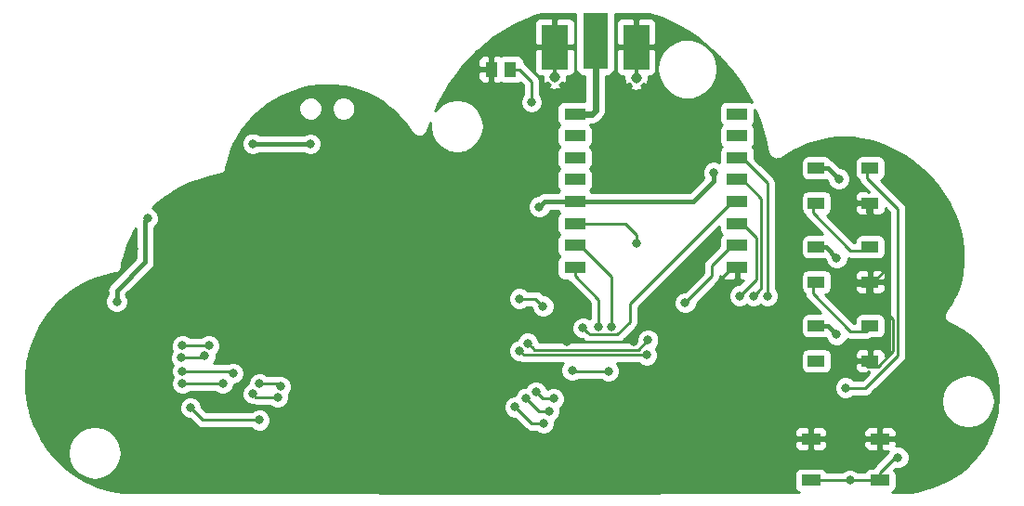
<source format=gbr>
G04 #@! TF.GenerationSoftware,KiCad,Pcbnew,5.0.2-bee76a0~70~ubuntu18.04.1*
G04 #@! TF.CreationDate,2019-01-13T17:19:06+01:00*
G04 #@! TF.ProjectId,lora_node_rfm95_minipro,6c6f7261-5f6e-46f6-9465-5f72666d3935,rev?*
G04 #@! TF.SameCoordinates,Original*
G04 #@! TF.FileFunction,Copper,L1,Top*
G04 #@! TF.FilePolarity,Positive*
%FSLAX46Y46*%
G04 Gerber Fmt 4.6, Leading zero omitted, Abs format (unit mm)*
G04 Created by KiCad (PCBNEW 5.0.2-bee76a0~70~ubuntu18.04.1) date dom 13 ene 2019 17:19:06 CET*
%MOMM*%
%LPD*%
G01*
G04 APERTURE LIST*
G04 #@! TA.AperFunction,SMDPad,CuDef*
%ADD10R,2.290000X5.080000*%
G04 #@! TD*
G04 #@! TA.AperFunction,SMDPad,CuDef*
%ADD11R,2.420000X4.080000*%
G04 #@! TD*
G04 #@! TA.AperFunction,ViaPad*
%ADD12C,0.970000*%
G04 #@! TD*
G04 #@! TA.AperFunction,Conductor*
%ADD13R,0.460000X0.950000*%
G04 #@! TD*
G04 #@! TA.AperFunction,SMDPad,CuDef*
%ADD14R,1.500000X1.000000*%
G04 #@! TD*
G04 #@! TA.AperFunction,SMDPad,CuDef*
%ADD15R,1.700000X1.000000*%
G04 #@! TD*
G04 #@! TA.AperFunction,SMDPad,CuDef*
%ADD16R,1.950000X1.050000*%
G04 #@! TD*
G04 #@! TA.AperFunction,SMDPad,CuDef*
%ADD17R,1.120000X1.400000*%
G04 #@! TD*
G04 #@! TA.AperFunction,ViaPad*
%ADD18C,0.800000*%
G04 #@! TD*
G04 #@! TA.AperFunction,Conductor*
%ADD19C,0.250000*%
G04 #@! TD*
G04 #@! TA.AperFunction,Conductor*
%ADD20C,0.400000*%
G04 #@! TD*
G04 #@! TA.AperFunction,Conductor*
%ADD21C,0.600000*%
G04 #@! TD*
G04 #@! TA.AperFunction,Conductor*
%ADD22C,0.254000*%
G04 #@! TD*
G04 APERTURE END LIST*
D10*
G04 #@! TO.P,J2,1*
G04 #@! TO.N,ANT*
X149402800Y-70212800D03*
D11*
G04 #@! TO.P,J2,2*
G04 #@! TO.N,GND*
X153132800Y-70792800D03*
X145712800Y-70772800D03*
D12*
G04 #@! TD*
G04 #@! TO.N,GND*
G04 #@! TO.C,J2*
X153142800Y-73642800D03*
G04 #@! TO.N,GND*
G04 #@! TO.C,J2*
X145712800Y-73552800D03*
D13*
X153142800Y-73192800D03*
X145712800Y-73102800D03*
G04 #@! TD*
D14*
G04 #@! TO.P,LED3,3*
G04 #@! TO.N,GND*
X174450000Y-99400000D03*
G04 #@! TO.P,LED3,4*
G04 #@! TO.N,Net-(LED2-Pad2)*
X174450000Y-96200000D03*
G04 #@! TO.P,LED3,2*
G04 #@! TO.N,N/C*
X169550000Y-99400000D03*
G04 #@! TO.P,LED3,1*
G04 #@! TO.N,+3\002C3V*
X169550000Y-96200000D03*
G04 #@! TD*
G04 #@! TO.P,LED2,1*
G04 #@! TO.N,+3\002C3V*
X169550000Y-89000000D03*
G04 #@! TO.P,LED2,2*
G04 #@! TO.N,Net-(LED2-Pad2)*
X169550000Y-92200000D03*
G04 #@! TO.P,LED2,4*
G04 #@! TO.N,Net-(LED1-Pad2)*
X174450000Y-89000000D03*
G04 #@! TO.P,LED2,3*
G04 #@! TO.N,GND*
X174450000Y-92200000D03*
G04 #@! TD*
G04 #@! TO.P,LED1,3*
G04 #@! TO.N,GND*
X174450000Y-85000000D03*
G04 #@! TO.P,LED1,4*
G04 #@! TO.N,NEOPIXELS*
X174450000Y-81800000D03*
G04 #@! TO.P,LED1,2*
G04 #@! TO.N,Net-(LED1-Pad2)*
X169550000Y-85000000D03*
G04 #@! TO.P,LED1,1*
G04 #@! TO.N,+3\002C3V*
X169550000Y-81800000D03*
G04 #@! TD*
D15*
G04 #@! TO.P,SW2,1*
G04 #@! TO.N,GND*
X169050000Y-106500000D03*
X175350000Y-106500000D03*
G04 #@! TO.P,SW2,2*
G04 #@! TO.N,PUSHBUTTON*
X169050000Y-110300000D03*
X175350000Y-110300000D03*
G04 #@! TD*
D16*
G04 #@! TO.P,U1,16*
G04 #@! TO.N,Net-(IC1-Pad3)*
X147540000Y-90870800D03*
G04 #@! TO.P,U1,15*
G04 #@! TO.N,Net-(IC1-Pad4)*
X147540000Y-88870800D03*
G04 #@! TO.P,U1,14*
G04 #@! TO.N,Net-(IC1-Pad8)*
X147540000Y-86870800D03*
G04 #@! TO.P,U1,13*
G04 #@! TO.N,+3\002C3V*
X147540000Y-84870800D03*
G04 #@! TO.P,U1,12*
G04 #@! TO.N,N/C*
X147540000Y-82870800D03*
G04 #@! TO.P,U1,11*
X147540000Y-80870800D03*
G04 #@! TO.P,U1,10*
X147540000Y-78870800D03*
G04 #@! TO.P,U1,9*
G04 #@! TO.N,ANT*
X147540000Y-76870800D03*
G04 #@! TO.P,U1,8*
G04 #@! TO.N,N/C*
X162340000Y-76870800D03*
G04 #@! TO.P,U1,7*
X162340000Y-78870800D03*
G04 #@! TO.P,U1,6*
G04 #@! TO.N,Net-(IC1-Pad1)*
X162340000Y-80870800D03*
G04 #@! TO.P,U1,5*
G04 #@! TO.N,Net-(IC1-Pad24)*
X162340000Y-82870800D03*
G04 #@! TO.P,U1,4*
G04 #@! TO.N,D13*
X162340000Y-84870800D03*
G04 #@! TO.P,U1,3*
G04 #@! TO.N,D11*
X162340000Y-86870800D03*
G04 #@! TO.P,U1,2*
G04 #@! TO.N,D12*
X162340000Y-88870800D03*
G04 #@! TO.P,U1,1*
G04 #@! TO.N,GND*
X162340000Y-90870800D03*
G04 #@! TD*
D17*
G04 #@! TO.P,D2,1*
G04 #@! TO.N,GND*
X139920000Y-72800000D03*
G04 #@! TO.P,D2,2*
G04 #@! TO.N,Net-(D2-Pad2)*
X141680000Y-72800000D03*
G04 #@! TD*
D18*
G04 #@! TO.N,Net-(IC1-Pad1)*
X165100000Y-93472000D03*
X118800000Y-101454001D03*
X115451410Y-101454001D03*
X120702659Y-101725010D03*
X145616235Y-102851307D03*
X144008328Y-102211247D03*
X111796990Y-101454001D03*
G04 #@! TO.N,Net-(IC1-Pad3)*
X149697369Y-96272656D03*
G04 #@! TO.N,Net-(IC1-Pad4)*
X150876000Y-96266000D03*
G04 #@! TO.N,Net-(IC1-Pad8)*
X153162000Y-88646000D03*
G04 #@! TO.N,Net-(IC1-Pad24)*
X163830000Y-93472000D03*
X116400000Y-100525010D03*
X147300000Y-100249989D03*
X150622000Y-100330008D03*
X111796990Y-100330008D03*
G04 #@! TO.N,GND*
X154686000Y-94234000D03*
X161061931Y-93352499D03*
X171704000Y-92456000D03*
X146807347Y-97630979D03*
X154686000Y-82042000D03*
X104400000Y-93200000D03*
X107400000Y-89200000D03*
X177800000Y-81400000D03*
X152951170Y-97674149D03*
X140800000Y-80000000D03*
X124400000Y-87500000D03*
X126000012Y-86794675D03*
X139032490Y-79500004D03*
G04 #@! TO.N,+3\002C3V*
X144297800Y-85344000D03*
X171400000Y-97000000D03*
X160200000Y-82200000D03*
X171600000Y-82800000D03*
X171400000Y-90000000D03*
G04 #@! TO.N,RX_GPS*
X118800000Y-104800000D03*
X112522000Y-103670290D03*
G04 #@! TO.N,D13*
X142494000Y-93726000D03*
X144649372Y-94400000D03*
X148300006Y-96400006D03*
G04 #@! TO.N,D12*
X143256000Y-97790012D03*
X154198321Y-97500000D03*
X157598321Y-94100000D03*
X114200000Y-97999990D03*
X111800000Y-97999996D03*
G04 #@! TO.N,D11*
X162560000Y-93472000D03*
X142494000Y-98474990D03*
X154100000Y-98874989D03*
X111700000Y-99099996D03*
X113830351Y-98929184D03*
G04 #@! TO.N,VBAT*
X105800000Y-94000000D03*
X108600000Y-86400000D03*
X123453002Y-79603868D03*
X118200000Y-79600909D03*
G04 #@! TO.N,NEOPIXELS*
X172212000Y-101854000D03*
X120453870Y-102693580D03*
X145200000Y-104000006D03*
X143100010Y-102800000D03*
X118200000Y-102399998D03*
G04 #@! TO.N,PUSHBUTTON*
X177000000Y-108200000D03*
X172600000Y-110300000D03*
X142100000Y-103600002D03*
X144700000Y-105100000D03*
G04 #@! TO.N,Net-(D2-Pad2)*
X143600000Y-75800000D03*
G04 #@! TD*
D19*
G04 #@! TO.N,Net-(IC1-Pad1)*
X165100000Y-92906315D02*
X165100000Y-93472000D01*
X165100000Y-83180800D02*
X165100000Y-92906315D01*
X162340000Y-80870800D02*
X162790000Y-80870800D01*
X162790000Y-80870800D02*
X165100000Y-83180800D01*
X118800000Y-101454001D02*
X120431650Y-101454001D01*
X120431650Y-101454001D02*
X120702659Y-101725010D01*
X144408327Y-102611246D02*
X144008328Y-102211247D01*
X145616235Y-102851307D02*
X144648388Y-102851307D01*
X144648388Y-102851307D02*
X144408327Y-102611246D01*
X111796990Y-101454001D02*
X115451410Y-101454001D01*
G04 #@! TO.N,Net-(IC1-Pad3)*
X149697369Y-95706971D02*
X149697369Y-96272656D01*
X149697369Y-93803169D02*
X149697369Y-95706971D01*
X147540000Y-90870800D02*
X147540000Y-91645800D01*
X147540000Y-91645800D02*
X149697369Y-93803169D01*
G04 #@! TO.N,Net-(IC1-Pad4)*
X147990000Y-88870800D02*
X147540000Y-88870800D01*
X150876000Y-91756800D02*
X147990000Y-88870800D01*
X150876000Y-96266000D02*
X150876000Y-91756800D01*
G04 #@! TO.N,Net-(IC1-Pad8)*
X148765000Y-86870800D02*
X148767800Y-86868000D01*
X147540000Y-86870800D02*
X148765000Y-86870800D01*
X148767800Y-86868000D02*
X152146000Y-86868000D01*
X152146000Y-86868000D02*
X153162000Y-87884000D01*
X153162000Y-87884000D02*
X153162000Y-88646000D01*
G04 #@! TO.N,Net-(IC1-Pad24)*
X161477200Y-82870800D02*
X162340000Y-82870800D01*
X164534011Y-92767989D02*
X164229999Y-93072001D01*
X164534011Y-84614811D02*
X164534011Y-92767989D01*
X164229999Y-93072001D02*
X163830000Y-93472000D01*
X162340000Y-82870800D02*
X162790000Y-82870800D01*
X162790000Y-82870800D02*
X164534011Y-84614811D01*
X147380019Y-100330008D02*
X147300000Y-100249989D01*
X150622000Y-100330008D02*
X147380019Y-100330008D01*
X111796990Y-100330008D02*
X116204998Y-100330008D01*
X116204998Y-100330008D02*
X116400000Y-100525010D01*
G04 #@! TO.N,GND*
X175154000Y-99898000D02*
X176530000Y-98522000D01*
X174154000Y-99898000D02*
X175154000Y-99898000D01*
X174154000Y-93282000D02*
X174154000Y-92532000D01*
X176530000Y-95658000D02*
X174154000Y-93282000D01*
X176530000Y-98522000D02*
X176530000Y-95658000D01*
X174404000Y-92532000D02*
X176022000Y-90914000D01*
X174154000Y-92532000D02*
X174404000Y-92532000D01*
X176022000Y-87784000D02*
X174154000Y-85916000D01*
X174154000Y-85916000D02*
X174154000Y-85166000D01*
X176022000Y-90914000D02*
X176022000Y-87784000D01*
X174078000Y-92456000D02*
X174154000Y-92532000D01*
X171704000Y-92456000D02*
X174078000Y-92456000D01*
X145712800Y-73552800D02*
X145712800Y-70772800D01*
X153142800Y-70802800D02*
X153132800Y-70792800D01*
X153142800Y-73642800D02*
X153142800Y-70802800D01*
X104400000Y-93200000D02*
X107400000Y-90200000D01*
X107400000Y-90200000D02*
X107400000Y-89200000D01*
X170150000Y-106500000D02*
X175350000Y-106500000D01*
X169050000Y-106500000D02*
X170150000Y-106500000D01*
X160700000Y-92060800D02*
X161890000Y-90870800D01*
X161061931Y-93352499D02*
X160700000Y-92990568D01*
X161890000Y-90870800D02*
X162340000Y-90870800D01*
X160700000Y-92990568D02*
X160700000Y-92060800D01*
X124400000Y-87500000D02*
X125105325Y-86794675D01*
X125105325Y-86794675D02*
X125434327Y-86794675D01*
X125434327Y-86794675D02*
X126000012Y-86794675D01*
X140800000Y-80000000D02*
X140300004Y-79500004D01*
X140300004Y-79500004D02*
X139598175Y-79500004D01*
X139598175Y-79500004D02*
X139032490Y-79500004D01*
X146807347Y-97630979D02*
X152908000Y-97630979D01*
X152908000Y-97630979D02*
X152951170Y-97674149D01*
D20*
G04 #@! TO.N,+3\002C3V*
X147540000Y-84870800D02*
X144771000Y-84870800D01*
X144771000Y-84870800D02*
X144297800Y-85344000D01*
X147540000Y-84870800D02*
X158129200Y-84870800D01*
X169550000Y-96200000D02*
X170600000Y-96200000D01*
X170600000Y-96200000D02*
X171400000Y-97000000D01*
X158129200Y-84870800D02*
X158329200Y-84870800D01*
X158329200Y-84870800D02*
X160200000Y-83000000D01*
X160200000Y-83000000D02*
X160200000Y-82200000D01*
X169550000Y-81800000D02*
X170600000Y-81800000D01*
X170600000Y-81800000D02*
X171600000Y-82800000D01*
X169550000Y-89000000D02*
X170400000Y-89000000D01*
X170400000Y-89000000D02*
X171400000Y-90000000D01*
D19*
G04 #@! TO.N,RX_GPS*
X112522000Y-103670290D02*
X113651710Y-104800000D01*
X113651710Y-104800000D02*
X118800000Y-104800000D01*
G04 #@! TO.N,D13*
X143975372Y-93726000D02*
X143059685Y-93726000D01*
X143059685Y-93726000D02*
X142494000Y-93726000D01*
X144649372Y-94400000D02*
X143975372Y-93726000D01*
X152559998Y-94200802D02*
X152559998Y-95852002D01*
X161890000Y-84870800D02*
X152559998Y-94200802D01*
X162340000Y-84870800D02*
X161890000Y-84870800D01*
X152559998Y-95852002D02*
X151412001Y-96999999D01*
X148700005Y-96800005D02*
X148300006Y-96400006D01*
X151412001Y-96999999D02*
X148899999Y-96999999D01*
X148899999Y-96999999D02*
X148700005Y-96800005D01*
G04 #@! TO.N,D12*
X143255988Y-97790000D02*
X143256000Y-97790012D01*
X160020000Y-91678321D02*
X157598321Y-94100000D01*
X143865138Y-98399150D02*
X143655999Y-98190011D01*
X153299171Y-98399150D02*
X143865138Y-98399150D01*
X143655999Y-98190011D02*
X143256000Y-97790012D01*
X161890000Y-88870800D02*
X160020000Y-90740800D01*
X160020000Y-90740800D02*
X160020000Y-91678321D01*
X162340000Y-88870800D02*
X161890000Y-88870800D01*
X154198321Y-97500000D02*
X153299171Y-98399150D01*
X114199994Y-97999996D02*
X114200000Y-97999990D01*
X111800000Y-97999996D02*
X114199994Y-97999996D01*
G04 #@! TO.N,D11*
X162340000Y-86870800D02*
X162790000Y-86870800D01*
X164084000Y-88164800D02*
X164084000Y-91948000D01*
X164084000Y-91948000D02*
X162560000Y-93472000D01*
X162790000Y-86870800D02*
X164084000Y-88164800D01*
X142893999Y-98874989D02*
X142494000Y-98474990D01*
X154100000Y-98874989D02*
X142893999Y-98874989D01*
X113659539Y-99099996D02*
X113830351Y-98929184D01*
X111700000Y-99099996D02*
X113659539Y-99099996D01*
D20*
G04 #@! TO.N,VBAT*
X105800000Y-94000000D02*
X105800000Y-93000000D01*
X105800000Y-93000000D02*
X108400000Y-90400000D01*
X108400000Y-90400000D02*
X108400000Y-89200000D01*
X108400000Y-89200000D02*
X108400000Y-86600000D01*
X108400000Y-86600000D02*
X108600000Y-86400000D01*
X123449134Y-79600000D02*
X123453002Y-79603868D01*
X123444000Y-79600000D02*
X123449134Y-79600000D01*
X123453002Y-79603868D02*
X118200000Y-79600909D01*
D21*
G04 #@! TO.N,ANT*
X149402800Y-73352800D02*
X149402800Y-70212800D01*
X149402800Y-76583000D02*
X149402800Y-73352800D01*
X149115000Y-76870800D02*
X149402800Y-76583000D01*
X147540000Y-76870800D02*
X149115000Y-76870800D01*
D19*
G04 #@! TO.N,NEOPIXELS*
X176980009Y-98906993D02*
X174033002Y-101854000D01*
X176980009Y-85542009D02*
X176980009Y-98906993D01*
X174154000Y-81966000D02*
X174154000Y-82716000D01*
X174154000Y-82716000D02*
X176980009Y-85542009D01*
X172466000Y-101854000D02*
X172212000Y-101854000D01*
X174033002Y-101854000D02*
X172466000Y-101854000D01*
G04 #@! TO.N,Net-(LED1-Pad2)*
X173154000Y-89332000D02*
X174154000Y-89332000D01*
X172670000Y-89332000D02*
X173154000Y-89332000D01*
X169254000Y-85916000D02*
X172670000Y-89332000D01*
X169254000Y-85166000D02*
X169254000Y-85916000D01*
G04 #@! TO.N,Net-(LED2-Pad2)*
X172670000Y-96698000D02*
X173154000Y-96698000D01*
X173154000Y-96698000D02*
X174154000Y-96698000D01*
X169254000Y-93282000D02*
X172670000Y-96698000D01*
X169254000Y-92532000D02*
X169254000Y-93282000D01*
G04 #@! TO.N,NEOPIXELS*
X145200000Y-104000006D02*
X144300016Y-104000006D01*
X144300016Y-104000006D02*
X143500009Y-103199999D01*
X143500009Y-103199999D02*
X143100010Y-102800000D01*
X118493582Y-102693580D02*
X118200000Y-102399998D01*
X120453870Y-102693580D02*
X118493582Y-102693580D01*
G04 #@! TO.N,PUSHBUTTON*
X175350000Y-109550000D02*
X176700000Y-108200000D01*
X176700000Y-108200000D02*
X177000000Y-108200000D01*
X175350000Y-110300000D02*
X175350000Y-109550000D01*
X169050000Y-110300000D02*
X172600000Y-110300000D01*
X172600000Y-110300000D02*
X175350000Y-110300000D01*
X144134315Y-105100000D02*
X144700000Y-105100000D01*
X143599998Y-105100000D02*
X144134315Y-105100000D01*
X142100000Y-103600002D02*
X143599998Y-105100000D01*
G04 #@! TO.N,Net-(D2-Pad2)*
X142490000Y-72800000D02*
X141680000Y-72800000D01*
X143600000Y-73910000D02*
X142490000Y-72800000D01*
X143600000Y-75800000D02*
X143600000Y-73910000D01*
G04 #@! TD*
D22*
G04 #@! TO.N,GND*
G36*
X147610360Y-72752800D02*
X147659643Y-73000565D01*
X147799991Y-73210609D01*
X148010035Y-73350957D01*
X148257800Y-73400240D01*
X148467800Y-73400240D01*
X148467800Y-73444885D01*
X148467801Y-73444890D01*
X148467800Y-75698360D01*
X146565000Y-75698360D01*
X146317235Y-75747643D01*
X146107191Y-75887991D01*
X145966843Y-76098035D01*
X145917560Y-76345800D01*
X145917560Y-77395800D01*
X145966843Y-77643565D01*
X146107191Y-77853609D01*
X146132919Y-77870800D01*
X146107191Y-77887991D01*
X145966843Y-78098035D01*
X145917560Y-78345800D01*
X145917560Y-79395800D01*
X145966843Y-79643565D01*
X146107191Y-79853609D01*
X146132919Y-79870800D01*
X146107191Y-79887991D01*
X145966843Y-80098035D01*
X145917560Y-80345800D01*
X145917560Y-81395800D01*
X145966843Y-81643565D01*
X146107191Y-81853609D01*
X146132919Y-81870800D01*
X146107191Y-81887991D01*
X145966843Y-82098035D01*
X145917560Y-82345800D01*
X145917560Y-83395800D01*
X145966843Y-83643565D01*
X146107191Y-83853609D01*
X146132919Y-83870800D01*
X146107191Y-83887991D01*
X146008427Y-84035800D01*
X144853237Y-84035800D01*
X144771000Y-84019442D01*
X144688763Y-84035800D01*
X144445199Y-84084248D01*
X144168999Y-84268799D01*
X144142138Y-84309000D01*
X144091926Y-84309000D01*
X143711520Y-84466569D01*
X143420369Y-84757720D01*
X143262800Y-85138126D01*
X143262800Y-85549874D01*
X143420369Y-85930280D01*
X143711520Y-86221431D01*
X144091926Y-86379000D01*
X144503674Y-86379000D01*
X144884080Y-86221431D01*
X145175231Y-85930280D01*
X145268213Y-85705800D01*
X146008427Y-85705800D01*
X146107191Y-85853609D01*
X146132919Y-85870800D01*
X146107191Y-85887991D01*
X145966843Y-86098035D01*
X145917560Y-86345800D01*
X145917560Y-87395800D01*
X145966843Y-87643565D01*
X146107191Y-87853609D01*
X146132919Y-87870800D01*
X146107191Y-87887991D01*
X145966843Y-88098035D01*
X145917560Y-88345800D01*
X145917560Y-89395800D01*
X145966843Y-89643565D01*
X146107191Y-89853609D01*
X146132919Y-89870800D01*
X146107191Y-89887991D01*
X145966843Y-90098035D01*
X145917560Y-90345800D01*
X145917560Y-91395800D01*
X145966843Y-91643565D01*
X146107191Y-91853609D01*
X146317235Y-91993957D01*
X146565000Y-92043240D01*
X146891518Y-92043240D01*
X146941711Y-92118358D01*
X146992072Y-92193729D01*
X147055528Y-92236129D01*
X148937369Y-94117972D01*
X148937370Y-95568944D01*
X148935013Y-95571302D01*
X148886286Y-95522575D01*
X148505880Y-95365006D01*
X148094132Y-95365006D01*
X147713726Y-95522575D01*
X147422575Y-95813726D01*
X147265006Y-96194132D01*
X147265006Y-96605880D01*
X147422575Y-96986286D01*
X147713726Y-97277437D01*
X148094132Y-97435006D01*
X148260205Y-97435006D01*
X148309668Y-97484469D01*
X148352070Y-97547928D01*
X148488593Y-97639150D01*
X144291000Y-97639150D01*
X144291000Y-97584138D01*
X144133431Y-97203732D01*
X143842280Y-96912581D01*
X143461874Y-96755012D01*
X143050126Y-96755012D01*
X142669720Y-96912581D01*
X142378569Y-97203732D01*
X142279172Y-97443699D01*
X141907720Y-97597559D01*
X141616569Y-97888710D01*
X141459000Y-98269116D01*
X141459000Y-98680864D01*
X141616569Y-99061270D01*
X141907720Y-99352421D01*
X142288126Y-99509990D01*
X142476382Y-99509990D01*
X142597462Y-99590893D01*
X142819147Y-99634989D01*
X142819151Y-99634989D01*
X142893998Y-99649877D01*
X142968845Y-99634989D01*
X146451289Y-99634989D01*
X146422569Y-99663709D01*
X146265000Y-100044115D01*
X146265000Y-100455863D01*
X146422569Y-100836269D01*
X146713720Y-101127420D01*
X147094126Y-101284989D01*
X147505874Y-101284989D01*
X147886280Y-101127420D01*
X147923692Y-101090008D01*
X149918289Y-101090008D01*
X150035720Y-101207439D01*
X150416126Y-101365008D01*
X150827874Y-101365008D01*
X151208280Y-101207439D01*
X151499431Y-100916288D01*
X151657000Y-100535882D01*
X151657000Y-100124134D01*
X151499431Y-99743728D01*
X151390692Y-99634989D01*
X153396289Y-99634989D01*
X153513720Y-99752420D01*
X153894126Y-99909989D01*
X154305874Y-99909989D01*
X154686280Y-99752420D01*
X154977431Y-99461269D01*
X155135000Y-99080863D01*
X155135000Y-98900000D01*
X168152560Y-98900000D01*
X168152560Y-99900000D01*
X168201843Y-100147765D01*
X168342191Y-100357809D01*
X168552235Y-100498157D01*
X168800000Y-100547440D01*
X170300000Y-100547440D01*
X170547765Y-100498157D01*
X170757809Y-100357809D01*
X170898157Y-100147765D01*
X170947440Y-99900000D01*
X170947440Y-98900000D01*
X170922316Y-98773690D01*
X173065000Y-98773690D01*
X173065000Y-99114250D01*
X173223750Y-99273000D01*
X174323000Y-99273000D01*
X174323000Y-98423750D01*
X174164250Y-98265000D01*
X173573691Y-98265000D01*
X173340302Y-98361673D01*
X173161673Y-98540301D01*
X173065000Y-98773690D01*
X170922316Y-98773690D01*
X170898157Y-98652235D01*
X170757809Y-98442191D01*
X170547765Y-98301843D01*
X170300000Y-98252560D01*
X168800000Y-98252560D01*
X168552235Y-98301843D01*
X168342191Y-98442191D01*
X168201843Y-98652235D01*
X168152560Y-98900000D01*
X155135000Y-98900000D01*
X155135000Y-98669115D01*
X154977431Y-98288709D01*
X154925377Y-98236655D01*
X155075752Y-98086280D01*
X155233321Y-97705874D01*
X155233321Y-97294126D01*
X155075752Y-96913720D01*
X154784601Y-96622569D01*
X154404195Y-96465000D01*
X153992447Y-96465000D01*
X153612041Y-96622569D01*
X153320890Y-96913720D01*
X153163321Y-97294126D01*
X153163321Y-97460199D01*
X152984370Y-97639150D01*
X151823407Y-97639150D01*
X151959930Y-97547928D01*
X152002332Y-97484469D01*
X153044471Y-96442331D01*
X153107927Y-96399931D01*
X153275902Y-96148539D01*
X153319998Y-95926854D01*
X153319998Y-95926849D01*
X153334886Y-95852002D01*
X153319998Y-95777155D01*
X153319998Y-94515603D01*
X160717560Y-87118043D01*
X160717560Y-87395800D01*
X160766843Y-87643565D01*
X160907191Y-87853609D01*
X160932919Y-87870800D01*
X160907191Y-87887991D01*
X160766843Y-88098035D01*
X160717560Y-88345800D01*
X160717560Y-88968438D01*
X159535530Y-90150469D01*
X159472071Y-90192871D01*
X159304096Y-90444264D01*
X159260000Y-90665949D01*
X159260000Y-90665953D01*
X159245112Y-90740800D01*
X159260000Y-90815648D01*
X159260001Y-91363518D01*
X157558520Y-93065000D01*
X157392447Y-93065000D01*
X157012041Y-93222569D01*
X156720890Y-93513720D01*
X156563321Y-93894126D01*
X156563321Y-94305874D01*
X156720890Y-94686280D01*
X157012041Y-94977431D01*
X157392447Y-95135000D01*
X157804195Y-95135000D01*
X158184601Y-94977431D01*
X158475752Y-94686280D01*
X158633321Y-94305874D01*
X158633321Y-94139801D01*
X160504473Y-92268650D01*
X160567929Y-92226250D01*
X160735904Y-91974858D01*
X160780000Y-91753173D01*
X160780000Y-91753169D01*
X160794829Y-91678620D01*
X160826673Y-91755499D01*
X161005302Y-91934127D01*
X161238691Y-92030800D01*
X162054250Y-92030800D01*
X162213000Y-91872050D01*
X162213000Y-90997800D01*
X162193000Y-90997800D01*
X162193000Y-90743800D01*
X162213000Y-90743800D01*
X162213000Y-90723800D01*
X162467000Y-90723800D01*
X162467000Y-90743800D01*
X162487000Y-90743800D01*
X162487000Y-90997800D01*
X162467000Y-90997800D01*
X162467000Y-91872050D01*
X162625750Y-92030800D01*
X162926398Y-92030800D01*
X162520198Y-92437000D01*
X162354126Y-92437000D01*
X161973720Y-92594569D01*
X161682569Y-92885720D01*
X161525000Y-93266126D01*
X161525000Y-93677874D01*
X161682569Y-94058280D01*
X161973720Y-94349431D01*
X162354126Y-94507000D01*
X162765874Y-94507000D01*
X163146280Y-94349431D01*
X163195000Y-94300711D01*
X163243720Y-94349431D01*
X163624126Y-94507000D01*
X164035874Y-94507000D01*
X164416280Y-94349431D01*
X164465000Y-94300711D01*
X164513720Y-94349431D01*
X164894126Y-94507000D01*
X165305874Y-94507000D01*
X165686280Y-94349431D01*
X165977431Y-94058280D01*
X166135000Y-93677874D01*
X166135000Y-93266126D01*
X165977431Y-92885720D01*
X165860000Y-92768289D01*
X165860000Y-91700000D01*
X168152560Y-91700000D01*
X168152560Y-92700000D01*
X168201843Y-92947765D01*
X168342191Y-93157809D01*
X168484854Y-93253134D01*
X168479112Y-93282000D01*
X168494000Y-93356847D01*
X168494000Y-93356852D01*
X168526478Y-93520126D01*
X168538097Y-93578537D01*
X168638178Y-93728318D01*
X168706072Y-93829929D01*
X168769528Y-93872329D01*
X169949759Y-95052560D01*
X168800000Y-95052560D01*
X168552235Y-95101843D01*
X168342191Y-95242191D01*
X168201843Y-95452235D01*
X168152560Y-95700000D01*
X168152560Y-96700000D01*
X168201843Y-96947765D01*
X168342191Y-97157809D01*
X168552235Y-97298157D01*
X168800000Y-97347440D01*
X170300000Y-97347440D01*
X170414227Y-97324719D01*
X170522569Y-97586280D01*
X170813720Y-97877431D01*
X171194126Y-98035000D01*
X171605874Y-98035000D01*
X171986280Y-97877431D01*
X172277431Y-97586280D01*
X172354171Y-97401013D01*
X172373463Y-97413904D01*
X172595148Y-97458000D01*
X172595152Y-97458000D01*
X172670000Y-97472888D01*
X172744848Y-97458000D01*
X174228852Y-97458000D01*
X174450537Y-97413904D01*
X174550007Y-97347440D01*
X175200000Y-97347440D01*
X175447765Y-97298157D01*
X175657809Y-97157809D01*
X175798157Y-96947765D01*
X175847440Y-96700000D01*
X175847440Y-95700000D01*
X175798157Y-95452235D01*
X175657809Y-95242191D01*
X175447765Y-95101843D01*
X175200000Y-95052560D01*
X173700000Y-95052560D01*
X173452235Y-95101843D01*
X173242191Y-95242191D01*
X173101843Y-95452235D01*
X173052560Y-95700000D01*
X173052560Y-95938000D01*
X172984802Y-95938000D01*
X170378606Y-93331805D01*
X170547765Y-93298157D01*
X170757809Y-93157809D01*
X170898157Y-92947765D01*
X170947440Y-92700000D01*
X170947440Y-92485750D01*
X173065000Y-92485750D01*
X173065000Y-92826310D01*
X173161673Y-93059699D01*
X173340302Y-93238327D01*
X173573691Y-93335000D01*
X174164250Y-93335000D01*
X174323000Y-93176250D01*
X174323000Y-92327000D01*
X174577000Y-92327000D01*
X174577000Y-93176250D01*
X174735750Y-93335000D01*
X175326309Y-93335000D01*
X175559698Y-93238327D01*
X175738327Y-93059699D01*
X175835000Y-92826310D01*
X175835000Y-92485750D01*
X175676250Y-92327000D01*
X174577000Y-92327000D01*
X174323000Y-92327000D01*
X173223750Y-92327000D01*
X173065000Y-92485750D01*
X170947440Y-92485750D01*
X170947440Y-91700000D01*
X170922316Y-91573690D01*
X173065000Y-91573690D01*
X173065000Y-91914250D01*
X173223750Y-92073000D01*
X174323000Y-92073000D01*
X174323000Y-91223750D01*
X174577000Y-91223750D01*
X174577000Y-92073000D01*
X175676250Y-92073000D01*
X175835000Y-91914250D01*
X175835000Y-91573690D01*
X175738327Y-91340301D01*
X175559698Y-91161673D01*
X175326309Y-91065000D01*
X174735750Y-91065000D01*
X174577000Y-91223750D01*
X174323000Y-91223750D01*
X174164250Y-91065000D01*
X173573691Y-91065000D01*
X173340302Y-91161673D01*
X173161673Y-91340301D01*
X173065000Y-91573690D01*
X170922316Y-91573690D01*
X170898157Y-91452235D01*
X170757809Y-91242191D01*
X170547765Y-91101843D01*
X170300000Y-91052560D01*
X168800000Y-91052560D01*
X168552235Y-91101843D01*
X168342191Y-91242191D01*
X168201843Y-91452235D01*
X168152560Y-91700000D01*
X165860000Y-91700000D01*
X165860000Y-84500000D01*
X168152560Y-84500000D01*
X168152560Y-85500000D01*
X168201843Y-85747765D01*
X168342191Y-85957809D01*
X168509690Y-86069729D01*
X168526870Y-86156097D01*
X168538097Y-86212537D01*
X168663172Y-86399724D01*
X168706072Y-86463929D01*
X168769528Y-86506329D01*
X170115759Y-87852560D01*
X168800000Y-87852560D01*
X168552235Y-87901843D01*
X168342191Y-88042191D01*
X168201843Y-88252235D01*
X168152560Y-88500000D01*
X168152560Y-89500000D01*
X168201843Y-89747765D01*
X168342191Y-89957809D01*
X168552235Y-90098157D01*
X168800000Y-90147440D01*
X170300000Y-90147440D01*
X170355527Y-90136395D01*
X170365000Y-90145868D01*
X170365000Y-90205874D01*
X170522569Y-90586280D01*
X170813720Y-90877431D01*
X171194126Y-91035000D01*
X171605874Y-91035000D01*
X171986280Y-90877431D01*
X172277431Y-90586280D01*
X172435000Y-90205874D01*
X172435000Y-90060145D01*
X172595148Y-90092000D01*
X172595152Y-90092000D01*
X172670000Y-90106888D01*
X172744848Y-90092000D01*
X173443020Y-90092000D01*
X173452235Y-90098157D01*
X173700000Y-90147440D01*
X175200000Y-90147440D01*
X175447765Y-90098157D01*
X175657809Y-89957809D01*
X175798157Y-89747765D01*
X175847440Y-89500000D01*
X175847440Y-88500000D01*
X175798157Y-88252235D01*
X175657809Y-88042191D01*
X175447765Y-87901843D01*
X175200000Y-87852560D01*
X173700000Y-87852560D01*
X173452235Y-87901843D01*
X173242191Y-88042191D01*
X173101843Y-88252235D01*
X173052560Y-88500000D01*
X173052560Y-88572000D01*
X172984802Y-88572000D01*
X170517065Y-86104264D01*
X170547765Y-86098157D01*
X170757809Y-85957809D01*
X170898157Y-85747765D01*
X170947440Y-85500000D01*
X170947440Y-85285750D01*
X173065000Y-85285750D01*
X173065000Y-85626310D01*
X173161673Y-85859699D01*
X173340302Y-86038327D01*
X173573691Y-86135000D01*
X174164250Y-86135000D01*
X174323000Y-85976250D01*
X174323000Y-85127000D01*
X173223750Y-85127000D01*
X173065000Y-85285750D01*
X170947440Y-85285750D01*
X170947440Y-84500000D01*
X170898157Y-84252235D01*
X170757809Y-84042191D01*
X170547765Y-83901843D01*
X170300000Y-83852560D01*
X168800000Y-83852560D01*
X168552235Y-83901843D01*
X168342191Y-84042191D01*
X168201843Y-84252235D01*
X168152560Y-84500000D01*
X165860000Y-84500000D01*
X165860000Y-83255646D01*
X165874888Y-83180799D01*
X165860000Y-83105952D01*
X165860000Y-83105948D01*
X165815904Y-82884263D01*
X165728583Y-82753578D01*
X165690329Y-82696326D01*
X165690327Y-82696324D01*
X165647929Y-82632871D01*
X165584476Y-82590473D01*
X164294003Y-81300000D01*
X168152560Y-81300000D01*
X168152560Y-82300000D01*
X168201843Y-82547765D01*
X168342191Y-82757809D01*
X168552235Y-82898157D01*
X168800000Y-82947440D01*
X170300000Y-82947440D01*
X170522346Y-82903213D01*
X170565000Y-82945868D01*
X170565000Y-83005874D01*
X170722569Y-83386280D01*
X171013720Y-83677431D01*
X171394126Y-83835000D01*
X171805874Y-83835000D01*
X172186280Y-83677431D01*
X172477431Y-83386280D01*
X172635000Y-83005874D01*
X172635000Y-82594126D01*
X172477431Y-82213720D01*
X172186280Y-81922569D01*
X171805874Y-81765000D01*
X171745868Y-81765000D01*
X171248587Y-81267720D01*
X171202001Y-81197999D01*
X170925801Y-81013448D01*
X170864030Y-81001161D01*
X170757809Y-80842191D01*
X170547765Y-80701843D01*
X170300000Y-80652560D01*
X168800000Y-80652560D01*
X168552235Y-80701843D01*
X168342191Y-80842191D01*
X168201843Y-81052235D01*
X168152560Y-81300000D01*
X164294003Y-81300000D01*
X163962440Y-80968438D01*
X163962440Y-80345800D01*
X163913157Y-80098035D01*
X163772809Y-79887991D01*
X163747081Y-79870800D01*
X163772809Y-79853609D01*
X163913157Y-79643565D01*
X163962440Y-79395800D01*
X163962440Y-78345800D01*
X163913157Y-78098035D01*
X163772809Y-77887991D01*
X163747081Y-77870800D01*
X163772809Y-77853609D01*
X163913157Y-77643565D01*
X163962440Y-77395800D01*
X163962440Y-76504058D01*
X164112771Y-76849341D01*
X164423511Y-77692571D01*
X164686156Y-78556203D01*
X164902128Y-79450022D01*
X165036784Y-80079406D01*
X165039717Y-80109664D01*
X165051891Y-80150019D01*
X165060711Y-80191243D01*
X165072749Y-80219160D01*
X165081808Y-80249187D01*
X165080905Y-80272056D01*
X165123819Y-80388446D01*
X165138330Y-80436548D01*
X165148810Y-80456228D01*
X165156526Y-80477154D01*
X165182778Y-80520011D01*
X165241080Y-80629489D01*
X165251845Y-80638351D01*
X165287212Y-80710670D01*
X165368797Y-80782695D01*
X165442654Y-80862624D01*
X165517533Y-80897161D01*
X165574477Y-80942804D01*
X165688175Y-80975866D01*
X165708173Y-80985090D01*
X165717657Y-80985464D01*
X165819826Y-81020522D01*
X165876979Y-81016966D01*
X165932457Y-81030352D01*
X166060097Y-81010286D01*
X166188537Y-80996138D01*
X166248645Y-80963112D01*
X166337131Y-80927024D01*
X166393037Y-80906472D01*
X166404095Y-80899713D01*
X166416090Y-80894821D01*
X166465778Y-80862011D01*
X166579551Y-80792470D01*
X166587388Y-80781709D01*
X166820402Y-80627844D01*
X167450161Y-80239028D01*
X168084919Y-79911150D01*
X168736600Y-79635151D01*
X169402811Y-79410871D01*
X170081112Y-79238232D01*
X170769076Y-79117185D01*
X171464242Y-79047715D01*
X172164072Y-79029840D01*
X172866119Y-79063608D01*
X173567782Y-79149066D01*
X174266524Y-79286273D01*
X174959819Y-79475333D01*
X175645086Y-79716325D01*
X176319727Y-80009354D01*
X176981212Y-80354562D01*
X177630793Y-80754462D01*
X178207729Y-81157743D01*
X178754118Y-81579717D01*
X179266268Y-82017452D01*
X179744289Y-82470691D01*
X180188382Y-82939252D01*
X180598785Y-83423054D01*
X180975690Y-83921944D01*
X181319320Y-84436010D01*
X181629852Y-84965205D01*
X181907432Y-85509745D01*
X182152166Y-86069798D01*
X182364105Y-86645557D01*
X182543202Y-87237240D01*
X182689366Y-87845071D01*
X182802404Y-88469209D01*
X182881511Y-89105186D01*
X182923834Y-89843566D01*
X182907416Y-90562088D01*
X182833912Y-91261213D01*
X182704557Y-91937143D01*
X182520753Y-92586214D01*
X182280815Y-93212882D01*
X182146473Y-93502075D01*
X181995787Y-93790069D01*
X181832525Y-94068757D01*
X181647964Y-94351322D01*
X181420004Y-94696285D01*
X181398516Y-94722382D01*
X181380194Y-94756527D01*
X181358829Y-94788858D01*
X181346051Y-94820158D01*
X181303051Y-94900293D01*
X181250833Y-94967940D01*
X181215613Y-95097883D01*
X181176319Y-95226673D01*
X181177474Y-95238596D01*
X181174340Y-95250159D01*
X181191530Y-95383704D01*
X181204510Y-95517710D01*
X181210140Y-95528283D01*
X181211669Y-95540165D01*
X181278652Y-95656959D01*
X181341931Y-95775806D01*
X181351180Y-95783421D01*
X181357139Y-95793812D01*
X181463720Y-95876084D01*
X181567661Y-95961667D01*
X181649398Y-95986605D01*
X182270553Y-96295155D01*
X182587806Y-96462422D01*
X182888716Y-96644398D01*
X183184082Y-96846389D01*
X183472463Y-97067245D01*
X183752548Y-97305724D01*
X184022910Y-97560419D01*
X184282240Y-97830018D01*
X184529267Y-98113089D01*
X184762672Y-98408105D01*
X184981264Y-98713663D01*
X185183893Y-99028252D01*
X185369398Y-99350247D01*
X185536699Y-99678144D01*
X185684767Y-100010321D01*
X185812663Y-100345238D01*
X185917008Y-100673438D01*
X185981941Y-100956378D01*
X186035600Y-101312365D01*
X186075195Y-101725859D01*
X186098352Y-102173198D01*
X186103972Y-102632963D01*
X186091303Y-103084482D01*
X186060516Y-103506474D01*
X186012188Y-103880631D01*
X185909284Y-104410074D01*
X185776916Y-104929393D01*
X185616306Y-105435354D01*
X185428229Y-105927039D01*
X185213507Y-106403494D01*
X184972933Y-106863625D01*
X184707303Y-107306464D01*
X184417388Y-107731019D01*
X184103982Y-108136276D01*
X183767893Y-108521159D01*
X183409824Y-108884760D01*
X183030551Y-109226102D01*
X182630828Y-109544212D01*
X182211362Y-109838054D01*
X181772848Y-110106674D01*
X181314736Y-110349763D01*
X180706064Y-110628511D01*
X180101146Y-110861574D01*
X179459479Y-111063212D01*
X178732246Y-111248653D01*
X178079491Y-111399589D01*
X176438488Y-111400002D01*
X176447765Y-111398157D01*
X176657809Y-111257809D01*
X176798157Y-111047765D01*
X176847440Y-110800000D01*
X176847440Y-109800000D01*
X176798157Y-109552235D01*
X176657809Y-109342191D01*
X176642704Y-109332098D01*
X176755713Y-109219089D01*
X176794126Y-109235000D01*
X177205874Y-109235000D01*
X177586280Y-109077431D01*
X177877431Y-108786280D01*
X178035000Y-108405874D01*
X178035000Y-107994126D01*
X177877431Y-107613720D01*
X177586280Y-107322569D01*
X177205874Y-107165000D01*
X176818974Y-107165000D01*
X176835000Y-107126310D01*
X176835000Y-106785750D01*
X176676250Y-106627000D01*
X175477000Y-106627000D01*
X175477000Y-107476250D01*
X175635750Y-107635000D01*
X176113755Y-107635000D01*
X176059702Y-107765496D01*
X174865528Y-108959671D01*
X174802072Y-109002071D01*
X174759672Y-109065527D01*
X174759671Y-109065528D01*
X174701518Y-109152560D01*
X174500000Y-109152560D01*
X174252235Y-109201843D01*
X174042191Y-109342191D01*
X173910018Y-109540000D01*
X173303711Y-109540000D01*
X173186280Y-109422569D01*
X172805874Y-109265000D01*
X172394126Y-109265000D01*
X172013720Y-109422569D01*
X171896289Y-109540000D01*
X170489982Y-109540000D01*
X170357809Y-109342191D01*
X170147765Y-109201843D01*
X169900000Y-109152560D01*
X168200000Y-109152560D01*
X167952235Y-109201843D01*
X167742191Y-109342191D01*
X167601843Y-109552235D01*
X167552560Y-109800000D01*
X167552560Y-110800000D01*
X167601843Y-111047765D01*
X167742191Y-111257809D01*
X167952235Y-111398157D01*
X167972224Y-111402133D01*
X142416668Y-111408565D01*
X117092538Y-111405389D01*
X106488070Y-111387544D01*
X106428860Y-111373426D01*
X106390290Y-111379596D01*
X105880706Y-111307599D01*
X105281147Y-111184172D01*
X104684706Y-111023026D01*
X104095311Y-110825432D01*
X103516852Y-110592712D01*
X102953141Y-110326279D01*
X102408031Y-110027702D01*
X101886907Y-109699510D01*
X101605825Y-109494615D01*
X101285465Y-109232914D01*
X100941575Y-108927618D01*
X100591015Y-108594208D01*
X100249367Y-108247712D01*
X99931710Y-107903063D01*
X99843913Y-107800000D01*
X101345000Y-107800000D01*
X101465156Y-108558637D01*
X101813863Y-109243013D01*
X102356987Y-109786137D01*
X103041363Y-110134844D01*
X103800000Y-110255000D01*
X104558637Y-110134844D01*
X105243013Y-109786137D01*
X105786137Y-109243013D01*
X106134844Y-108558637D01*
X106255000Y-107800000D01*
X106134844Y-107041363D01*
X106004603Y-106785750D01*
X167565000Y-106785750D01*
X167565000Y-107126310D01*
X167661673Y-107359699D01*
X167840302Y-107538327D01*
X168073691Y-107635000D01*
X168764250Y-107635000D01*
X168923000Y-107476250D01*
X168923000Y-106627000D01*
X169177000Y-106627000D01*
X169177000Y-107476250D01*
X169335750Y-107635000D01*
X170026309Y-107635000D01*
X170259698Y-107538327D01*
X170438327Y-107359699D01*
X170535000Y-107126310D01*
X170535000Y-106785750D01*
X173865000Y-106785750D01*
X173865000Y-107126310D01*
X173961673Y-107359699D01*
X174140302Y-107538327D01*
X174373691Y-107635000D01*
X175064250Y-107635000D01*
X175223000Y-107476250D01*
X175223000Y-106627000D01*
X174023750Y-106627000D01*
X173865000Y-106785750D01*
X170535000Y-106785750D01*
X170376250Y-106627000D01*
X169177000Y-106627000D01*
X168923000Y-106627000D01*
X167723750Y-106627000D01*
X167565000Y-106785750D01*
X106004603Y-106785750D01*
X105786137Y-106356987D01*
X105243013Y-105813863D01*
X104558637Y-105465156D01*
X103800000Y-105345000D01*
X103041363Y-105465156D01*
X102356987Y-105813863D01*
X101813863Y-106356987D01*
X101465156Y-107041363D01*
X101345000Y-107800000D01*
X99843913Y-107800000D01*
X99653581Y-107576574D01*
X99428073Y-107282589D01*
X99223190Y-106979729D01*
X99016169Y-106642228D01*
X98604561Y-105879826D01*
X98247720Y-105096521D01*
X98106856Y-104734537D01*
X97991751Y-104392767D01*
X97878409Y-103995633D01*
X97780015Y-103592728D01*
X97753860Y-103464416D01*
X111487000Y-103464416D01*
X111487000Y-103876164D01*
X111644569Y-104256570D01*
X111935720Y-104547721D01*
X112316126Y-104705290D01*
X112482199Y-104705290D01*
X113061381Y-105284473D01*
X113103781Y-105347929D01*
X113355173Y-105515904D01*
X113576858Y-105560000D01*
X113576862Y-105560000D01*
X113651709Y-105574888D01*
X113726556Y-105560000D01*
X118096289Y-105560000D01*
X118213720Y-105677431D01*
X118594126Y-105835000D01*
X119005874Y-105835000D01*
X119386280Y-105677431D01*
X119677431Y-105386280D01*
X119835000Y-105005874D01*
X119835000Y-104594126D01*
X119677431Y-104213720D01*
X119386280Y-103922569D01*
X119005874Y-103765000D01*
X118594126Y-103765000D01*
X118213720Y-103922569D01*
X118096289Y-104040000D01*
X113966512Y-104040000D01*
X113557000Y-103630489D01*
X113557000Y-103464416D01*
X113399431Y-103084010D01*
X113108280Y-102792859D01*
X112727874Y-102635290D01*
X112316126Y-102635290D01*
X111935720Y-102792859D01*
X111644569Y-103084010D01*
X111487000Y-103464416D01*
X97753860Y-103464416D01*
X97697368Y-103187286D01*
X97631616Y-102787076D01*
X97544356Y-101962850D01*
X97520566Y-101138535D01*
X97532133Y-100738523D01*
X97559582Y-100333331D01*
X97602691Y-99930472D01*
X97661421Y-99530665D01*
X97735747Y-99134496D01*
X97790865Y-98894122D01*
X110665000Y-98894122D01*
X110665000Y-99305870D01*
X110822569Y-99686276D01*
X110907979Y-99771686D01*
X110761990Y-100124134D01*
X110761990Y-100535882D01*
X110909500Y-100892005D01*
X110761990Y-101248127D01*
X110761990Y-101659875D01*
X110919559Y-102040281D01*
X111210710Y-102331432D01*
X111591116Y-102489001D01*
X112002864Y-102489001D01*
X112383270Y-102331432D01*
X112500701Y-102214001D01*
X114747699Y-102214001D01*
X114865130Y-102331432D01*
X115245536Y-102489001D01*
X115657284Y-102489001D01*
X116037690Y-102331432D01*
X116174998Y-102194124D01*
X117165000Y-102194124D01*
X117165000Y-102605872D01*
X117322569Y-102986278D01*
X117613720Y-103277429D01*
X117994126Y-103434998D01*
X118325312Y-103434998D01*
X118418730Y-103453580D01*
X118418734Y-103453580D01*
X118493582Y-103468468D01*
X118568430Y-103453580D01*
X119750159Y-103453580D01*
X119867590Y-103571011D01*
X120247996Y-103728580D01*
X120659744Y-103728580D01*
X121040150Y-103571011D01*
X121217033Y-103394128D01*
X141065000Y-103394128D01*
X141065000Y-103805876D01*
X141222569Y-104186282D01*
X141513720Y-104477433D01*
X141894126Y-104635002D01*
X142060199Y-104635002D01*
X143009669Y-105584473D01*
X143052069Y-105647929D01*
X143303461Y-105815904D01*
X143525146Y-105860000D01*
X143525150Y-105860000D01*
X143599998Y-105874888D01*
X143674846Y-105860000D01*
X143996289Y-105860000D01*
X144113720Y-105977431D01*
X144494126Y-106135000D01*
X144905874Y-106135000D01*
X145286280Y-105977431D01*
X145390021Y-105873690D01*
X167565000Y-105873690D01*
X167565000Y-106214250D01*
X167723750Y-106373000D01*
X168923000Y-106373000D01*
X168923000Y-105523750D01*
X169177000Y-105523750D01*
X169177000Y-106373000D01*
X170376250Y-106373000D01*
X170535000Y-106214250D01*
X170535000Y-105873690D01*
X173865000Y-105873690D01*
X173865000Y-106214250D01*
X174023750Y-106373000D01*
X175223000Y-106373000D01*
X175223000Y-105523750D01*
X175477000Y-105523750D01*
X175477000Y-106373000D01*
X176676250Y-106373000D01*
X176835000Y-106214250D01*
X176835000Y-105873690D01*
X176738327Y-105640301D01*
X176559698Y-105461673D01*
X176326309Y-105365000D01*
X175635750Y-105365000D01*
X175477000Y-105523750D01*
X175223000Y-105523750D01*
X175064250Y-105365000D01*
X174373691Y-105365000D01*
X174140302Y-105461673D01*
X173961673Y-105640301D01*
X173865000Y-105873690D01*
X170535000Y-105873690D01*
X170438327Y-105640301D01*
X170259698Y-105461673D01*
X170026309Y-105365000D01*
X169335750Y-105365000D01*
X169177000Y-105523750D01*
X168923000Y-105523750D01*
X168764250Y-105365000D01*
X168073691Y-105365000D01*
X167840302Y-105461673D01*
X167661673Y-105640301D01*
X167565000Y-105873690D01*
X145390021Y-105873690D01*
X145577431Y-105686280D01*
X145735000Y-105305874D01*
X145735000Y-104898678D01*
X145786280Y-104877437D01*
X146077431Y-104586286D01*
X146235000Y-104205880D01*
X146235000Y-103794132D01*
X146206332Y-103724921D01*
X146493666Y-103437587D01*
X146633498Y-103100000D01*
X180933000Y-103100000D01*
X181053156Y-103858637D01*
X181401863Y-104543013D01*
X181944987Y-105086137D01*
X182629363Y-105434844D01*
X183388000Y-105555000D01*
X184146637Y-105434844D01*
X184831013Y-105086137D01*
X185374137Y-104543013D01*
X185722844Y-103858637D01*
X185843000Y-103100000D01*
X185722844Y-102341363D01*
X185374137Y-101656987D01*
X184831013Y-101113863D01*
X184146637Y-100765156D01*
X183388000Y-100645000D01*
X182629363Y-100765156D01*
X181944987Y-101113863D01*
X181401863Y-101656987D01*
X181053156Y-102341363D01*
X180933000Y-103100000D01*
X146633498Y-103100000D01*
X146651235Y-103057181D01*
X146651235Y-102645433D01*
X146493666Y-102265027D01*
X146202515Y-101973876D01*
X145822109Y-101816307D01*
X145410361Y-101816307D01*
X145030234Y-101973761D01*
X144895352Y-101648126D01*
X171177000Y-101648126D01*
X171177000Y-102059874D01*
X171334569Y-102440280D01*
X171625720Y-102731431D01*
X172006126Y-102889000D01*
X172417874Y-102889000D01*
X172798280Y-102731431D01*
X172915711Y-102614000D01*
X173958155Y-102614000D01*
X174033002Y-102628888D01*
X174107849Y-102614000D01*
X174107854Y-102614000D01*
X174329539Y-102569904D01*
X174580931Y-102401929D01*
X174623333Y-102338470D01*
X177464482Y-99497322D01*
X177527938Y-99454922D01*
X177695913Y-99203530D01*
X177740009Y-98981845D01*
X177740009Y-98981841D01*
X177754897Y-98906994D01*
X177740009Y-98832147D01*
X177740009Y-85616855D01*
X177754897Y-85542008D01*
X177740009Y-85467161D01*
X177740009Y-85467157D01*
X177695913Y-85245472D01*
X177527938Y-84994080D01*
X177464482Y-84951680D01*
X175417065Y-82904264D01*
X175447765Y-82898157D01*
X175657809Y-82757809D01*
X175798157Y-82547765D01*
X175847440Y-82300000D01*
X175847440Y-81300000D01*
X175798157Y-81052235D01*
X175657809Y-80842191D01*
X175447765Y-80701843D01*
X175200000Y-80652560D01*
X173700000Y-80652560D01*
X173452235Y-80701843D01*
X173242191Y-80842191D01*
X173101843Y-81052235D01*
X173052560Y-81300000D01*
X173052560Y-82300000D01*
X173101843Y-82547765D01*
X173242191Y-82757809D01*
X173409690Y-82869729D01*
X173427681Y-82960173D01*
X173438097Y-83012537D01*
X173553681Y-83185520D01*
X173606072Y-83263929D01*
X173669528Y-83306329D01*
X174322998Y-83959799D01*
X174322998Y-84023748D01*
X174164250Y-83865000D01*
X173573691Y-83865000D01*
X173340302Y-83961673D01*
X173161673Y-84140301D01*
X173065000Y-84373690D01*
X173065000Y-84714250D01*
X173223750Y-84873000D01*
X174323000Y-84873000D01*
X174323000Y-84853000D01*
X174577000Y-84853000D01*
X174577000Y-84873000D01*
X174597000Y-84873000D01*
X174597000Y-85127000D01*
X174577000Y-85127000D01*
X174577000Y-85976250D01*
X174735750Y-86135000D01*
X175326309Y-86135000D01*
X175559698Y-86038327D01*
X175738327Y-85859699D01*
X175835000Y-85626310D01*
X175835000Y-85471802D01*
X176220009Y-85856811D01*
X176220010Y-98592190D01*
X175835000Y-98977200D01*
X175835000Y-98773690D01*
X175738327Y-98540301D01*
X175559698Y-98361673D01*
X175326309Y-98265000D01*
X174735750Y-98265000D01*
X174577000Y-98423750D01*
X174577000Y-99273000D01*
X174597000Y-99273000D01*
X174597000Y-99527000D01*
X174577000Y-99527000D01*
X174577000Y-99547000D01*
X174323000Y-99547000D01*
X174323000Y-99527000D01*
X173223750Y-99527000D01*
X173065000Y-99685750D01*
X173065000Y-100026310D01*
X173161673Y-100259699D01*
X173340302Y-100438327D01*
X173573691Y-100535000D01*
X174164250Y-100535000D01*
X174322998Y-100376252D01*
X174322998Y-100489203D01*
X173718201Y-101094000D01*
X172915711Y-101094000D01*
X172798280Y-100976569D01*
X172417874Y-100819000D01*
X172006126Y-100819000D01*
X171625720Y-100976569D01*
X171334569Y-101267720D01*
X171177000Y-101648126D01*
X144895352Y-101648126D01*
X144885759Y-101624967D01*
X144594608Y-101333816D01*
X144214202Y-101176247D01*
X143802454Y-101176247D01*
X143422048Y-101333816D01*
X143130897Y-101624967D01*
X143072894Y-101765000D01*
X142894136Y-101765000D01*
X142513730Y-101922569D01*
X142222579Y-102213720D01*
X142077074Y-102565002D01*
X141894126Y-102565002D01*
X141513720Y-102722571D01*
X141222569Y-103013722D01*
X141065000Y-103394128D01*
X121217033Y-103394128D01*
X121331301Y-103279860D01*
X121488870Y-102899454D01*
X121488870Y-102487706D01*
X121463917Y-102427463D01*
X121580090Y-102311290D01*
X121737659Y-101930884D01*
X121737659Y-101519136D01*
X121580090Y-101138730D01*
X121288939Y-100847579D01*
X120908533Y-100690010D01*
X120496785Y-100690010D01*
X120493426Y-100691401D01*
X120431650Y-100679113D01*
X120356803Y-100694001D01*
X119503711Y-100694001D01*
X119386280Y-100576570D01*
X119005874Y-100419001D01*
X118594126Y-100419001D01*
X118213720Y-100576570D01*
X117922569Y-100867721D01*
X117765000Y-101248127D01*
X117765000Y-101459905D01*
X117613720Y-101522567D01*
X117322569Y-101813718D01*
X117165000Y-102194124D01*
X116174998Y-102194124D01*
X116328841Y-102040281D01*
X116486410Y-101659875D01*
X116486410Y-101560010D01*
X116605874Y-101560010D01*
X116986280Y-101402441D01*
X117277431Y-101111290D01*
X117435000Y-100730884D01*
X117435000Y-100319136D01*
X117277431Y-99938730D01*
X116986280Y-99647579D01*
X116605874Y-99490010D01*
X116194126Y-99490010D01*
X116000993Y-99570008D01*
X114653238Y-99570008D01*
X114707782Y-99515464D01*
X114865351Y-99135058D01*
X114865351Y-98798350D01*
X115077431Y-98586270D01*
X115235000Y-98205864D01*
X115235000Y-97794116D01*
X115077431Y-97413710D01*
X114786280Y-97122559D01*
X114405874Y-96964990D01*
X113994126Y-96964990D01*
X113613720Y-97122559D01*
X113496283Y-97239996D01*
X112503711Y-97239996D01*
X112386280Y-97122565D01*
X112005874Y-96964996D01*
X111594126Y-96964996D01*
X111213720Y-97122565D01*
X110922569Y-97413716D01*
X110765000Y-97794122D01*
X110765000Y-98205870D01*
X110872027Y-98464258D01*
X110822569Y-98513716D01*
X110665000Y-98894122D01*
X97790865Y-98894122D01*
X97825628Y-98742522D01*
X97931032Y-98355347D01*
X98050887Y-97976838D01*
X98278643Y-97366623D01*
X98537744Y-96783026D01*
X98828258Y-96223637D01*
X99149003Y-95689303D01*
X99498843Y-95180994D01*
X99876636Y-94699540D01*
X100281288Y-94245936D01*
X100711704Y-93820980D01*
X101166798Y-93425684D01*
X101645541Y-93060934D01*
X102146908Y-92727617D01*
X102669864Y-92426753D01*
X103213479Y-92159230D01*
X103776785Y-91926045D01*
X104358791Y-91728175D01*
X104970055Y-91563637D01*
X105641605Y-91405883D01*
X105724217Y-91401042D01*
X105847780Y-91341167D01*
X105972789Y-91284277D01*
X105979071Y-91277548D01*
X105987352Y-91273535D01*
X106078601Y-91170927D01*
X106172318Y-91070534D01*
X106175546Y-91061914D01*
X106181662Y-91055037D01*
X106226705Y-90925303D01*
X106274863Y-90796706D01*
X106272019Y-90714002D01*
X106302769Y-90492299D01*
X106396935Y-90041787D01*
X106564217Y-89463865D01*
X106774470Y-88858897D01*
X106992136Y-88336577D01*
X107176999Y-87963734D01*
X107381841Y-87592513D01*
X107565001Y-87292365D01*
X107565000Y-89282236D01*
X107565001Y-89282240D01*
X107565000Y-90054131D01*
X105267718Y-92351415D01*
X105198000Y-92397999D01*
X105139367Y-92485750D01*
X105013448Y-92674200D01*
X104948643Y-93000000D01*
X104965001Y-93082237D01*
X104965001Y-93371288D01*
X104922569Y-93413720D01*
X104765000Y-93794126D01*
X104765000Y-94205874D01*
X104922569Y-94586280D01*
X105213720Y-94877431D01*
X105594126Y-95035000D01*
X106005874Y-95035000D01*
X106386280Y-94877431D01*
X106677431Y-94586280D01*
X106835000Y-94205874D01*
X106835000Y-93794126D01*
X106721506Y-93520126D01*
X141459000Y-93520126D01*
X141459000Y-93931874D01*
X141616569Y-94312280D01*
X141907720Y-94603431D01*
X142288126Y-94761000D01*
X142699874Y-94761000D01*
X143080280Y-94603431D01*
X143197711Y-94486000D01*
X143614372Y-94486000D01*
X143614372Y-94605874D01*
X143771941Y-94986280D01*
X144063092Y-95277431D01*
X144443498Y-95435000D01*
X144855246Y-95435000D01*
X145235652Y-95277431D01*
X145526803Y-94986280D01*
X145684372Y-94605874D01*
X145684372Y-94194126D01*
X145526803Y-93813720D01*
X145235652Y-93522569D01*
X144855246Y-93365000D01*
X144689173Y-93365000D01*
X144565703Y-93241530D01*
X144523301Y-93178071D01*
X144271909Y-93010096D01*
X144050224Y-92966000D01*
X144050219Y-92966000D01*
X143975372Y-92951112D01*
X143900525Y-92966000D01*
X143197711Y-92966000D01*
X143080280Y-92848569D01*
X142699874Y-92691000D01*
X142288126Y-92691000D01*
X141907720Y-92848569D01*
X141616569Y-93139720D01*
X141459000Y-93520126D01*
X106721506Y-93520126D01*
X106677431Y-93413720D01*
X106635000Y-93371289D01*
X106635000Y-93345867D01*
X108932286Y-91048583D01*
X109002001Y-91002001D01*
X109050180Y-90929897D01*
X109186552Y-90725801D01*
X109192051Y-90698154D01*
X109235000Y-90482237D01*
X109235000Y-90482234D01*
X109251357Y-90400001D01*
X109235000Y-90317768D01*
X109235000Y-87228711D01*
X109477431Y-86986280D01*
X109635000Y-86605874D01*
X109635000Y-86194126D01*
X109477431Y-85813720D01*
X109186280Y-85522569D01*
X109044948Y-85464028D01*
X109253159Y-85262762D01*
X109579357Y-84972426D01*
X109919425Y-84693716D01*
X110272946Y-84427060D01*
X110639671Y-84172836D01*
X111019270Y-83931371D01*
X111411435Y-83703063D01*
X111805627Y-83493668D01*
X112455079Y-83205074D01*
X113265378Y-82903151D01*
X114081701Y-82642760D01*
X114755531Y-82474285D01*
X115096378Y-82408549D01*
X115164579Y-82409973D01*
X115238537Y-82381132D01*
X115244019Y-82380075D01*
X115305956Y-82354842D01*
X115436999Y-82303740D01*
X115441143Y-82299766D01*
X115446459Y-82297600D01*
X115546527Y-82198691D01*
X115648028Y-82101342D01*
X115650334Y-82096088D01*
X115654419Y-82092050D01*
X115709035Y-81962339D01*
X115735878Y-81901177D01*
X115737079Y-81895734D01*
X115767888Y-81822564D01*
X115768286Y-81754343D01*
X115879219Y-81251718D01*
X116044699Y-80630780D01*
X116257867Y-80037265D01*
X116520837Y-79457769D01*
X116555452Y-79395035D01*
X117165000Y-79395035D01*
X117165000Y-79806783D01*
X117322569Y-80187189D01*
X117613720Y-80478340D01*
X117994126Y-80635909D01*
X118405874Y-80635909D01*
X118786280Y-80478340D01*
X118828357Y-80436263D01*
X122823937Y-80438514D01*
X122866722Y-80481299D01*
X123247128Y-80638868D01*
X123658876Y-80638868D01*
X124039282Y-80481299D01*
X124330433Y-80190148D01*
X124488002Y-79809742D01*
X124488002Y-79397994D01*
X124330433Y-79017588D01*
X124039282Y-78726437D01*
X123658876Y-78568868D01*
X123247128Y-78568868D01*
X122866722Y-78726437D01*
X122824645Y-78768514D01*
X118829065Y-78766263D01*
X118786280Y-78723478D01*
X118405874Y-78565909D01*
X117994126Y-78565909D01*
X117613720Y-78723478D01*
X117322569Y-79014629D01*
X117165000Y-79395035D01*
X116555452Y-79395035D01*
X116831438Y-78894860D01*
X117187415Y-78351132D01*
X117586359Y-77829314D01*
X118025798Y-77332096D01*
X118503118Y-76862235D01*
X119015668Y-76422401D01*
X119364022Y-76162180D01*
X122383000Y-76162180D01*
X122383000Y-76593820D01*
X122548182Y-76992603D01*
X122853397Y-77297818D01*
X123252180Y-77463000D01*
X123683820Y-77463000D01*
X124082603Y-77297818D01*
X124387818Y-76992603D01*
X124553000Y-76593820D01*
X124553000Y-76162180D01*
X125383000Y-76162180D01*
X125383000Y-76593820D01*
X125548182Y-76992603D01*
X125853397Y-77297818D01*
X126252180Y-77463000D01*
X126683820Y-77463000D01*
X127082603Y-77297818D01*
X127387818Y-76992603D01*
X127553000Y-76593820D01*
X127553000Y-76162180D01*
X127387818Y-75763397D01*
X127082603Y-75458182D01*
X126683820Y-75293000D01*
X126252180Y-75293000D01*
X125853397Y-75458182D01*
X125548182Y-75763397D01*
X125383000Y-76162180D01*
X124553000Y-76162180D01*
X124387818Y-75763397D01*
X124082603Y-75458182D01*
X123683820Y-75293000D01*
X123252180Y-75293000D01*
X122853397Y-75458182D01*
X122548182Y-75763397D01*
X122383000Y-76162180D01*
X119364022Y-76162180D01*
X119560731Y-76015239D01*
X120135522Y-75643348D01*
X120737272Y-75309246D01*
X121363156Y-75015422D01*
X122010394Y-74764259D01*
X122676218Y-74558100D01*
X123356521Y-74399552D01*
X123657600Y-74353389D01*
X124032581Y-74317366D01*
X124931966Y-74280956D01*
X125830334Y-74299167D01*
X126203770Y-74327564D01*
X126503411Y-74367631D01*
X126995187Y-74471616D01*
X127506121Y-74613238D01*
X128023718Y-74788590D01*
X128537405Y-74993695D01*
X129036947Y-75224281D01*
X129512139Y-75475689D01*
X129952793Y-75742810D01*
X130346348Y-76018168D01*
X130872321Y-76456418D01*
X131417303Y-76983182D01*
X131924698Y-77542062D01*
X132135584Y-77801909D01*
X132324219Y-78057870D01*
X132746527Y-78651648D01*
X132824310Y-78766086D01*
X132892586Y-78810928D01*
X132952006Y-78866979D01*
X133013615Y-78890418D01*
X133068712Y-78926604D01*
X133110079Y-78934492D01*
X133118441Y-78939416D01*
X133156424Y-78944748D01*
X133225297Y-78970950D01*
X133322809Y-78968105D01*
X133408001Y-78980064D01*
X133470913Y-78963783D01*
X133517573Y-78962422D01*
X133565013Y-78941130D01*
X133657657Y-78921938D01*
X133673054Y-78911473D01*
X133691076Y-78906809D01*
X133764054Y-78851799D01*
X133784338Y-78842695D01*
X133802377Y-78823572D01*
X133836363Y-78800471D01*
X133862368Y-78786642D01*
X133869577Y-78777896D01*
X133899484Y-78757568D01*
X133949949Y-78680731D01*
X133984802Y-78641669D01*
X133992167Y-78629161D01*
X134001400Y-78617959D01*
X134028849Y-78566866D01*
X134095718Y-78453304D01*
X134097265Y-78442286D01*
X134112207Y-78418518D01*
X134121216Y-78394933D01*
X134133162Y-78372697D01*
X134146986Y-78327469D01*
X134282577Y-77972506D01*
X134288194Y-77962948D01*
X134308380Y-77904956D01*
X134330283Y-77847616D01*
X134332142Y-77836691D01*
X134403197Y-77632558D01*
X134345000Y-78000000D01*
X134465156Y-78758637D01*
X134813863Y-79443013D01*
X135356987Y-79986137D01*
X136041363Y-80334844D01*
X136800000Y-80455000D01*
X137558637Y-80334844D01*
X138243013Y-79986137D01*
X138786137Y-79443013D01*
X139134844Y-78758637D01*
X139255000Y-78000000D01*
X139134844Y-77241363D01*
X138786137Y-76556987D01*
X138243013Y-76013863D01*
X137558637Y-75665156D01*
X136800000Y-75545000D01*
X136041363Y-75665156D01*
X135356987Y-76013863D01*
X134826730Y-76544120D01*
X134866104Y-76450602D01*
X135075502Y-75994234D01*
X135542773Y-75091244D01*
X136060221Y-74229000D01*
X136628353Y-73404328D01*
X136878574Y-73085750D01*
X138725000Y-73085750D01*
X138725000Y-73626310D01*
X138821673Y-73859699D01*
X139000302Y-74038327D01*
X139233691Y-74135000D01*
X139634250Y-74135000D01*
X139793000Y-73976250D01*
X139793000Y-72927000D01*
X138883750Y-72927000D01*
X138725000Y-73085750D01*
X136878574Y-73085750D01*
X137245017Y-72619201D01*
X137820625Y-71973690D01*
X138725000Y-71973690D01*
X138725000Y-72514250D01*
X138883750Y-72673000D01*
X139793000Y-72673000D01*
X139793000Y-71623750D01*
X140047000Y-71623750D01*
X140047000Y-72673000D01*
X140067000Y-72673000D01*
X140067000Y-72927000D01*
X140047000Y-72927000D01*
X140047000Y-73976250D01*
X140205750Y-74135000D01*
X140606309Y-74135000D01*
X140804508Y-74052903D01*
X140872235Y-74098157D01*
X141120000Y-74147440D01*
X142240000Y-74147440D01*
X142487765Y-74098157D01*
X142622996Y-74007798D01*
X142840001Y-74224803D01*
X142840000Y-75096289D01*
X142722569Y-75213720D01*
X142565000Y-75594126D01*
X142565000Y-76005874D01*
X142722569Y-76386280D01*
X143013720Y-76677431D01*
X143394126Y-76835000D01*
X143805874Y-76835000D01*
X144186280Y-76677431D01*
X144477431Y-76386280D01*
X144635000Y-76005874D01*
X144635000Y-75594126D01*
X144477431Y-75213720D01*
X144360000Y-75096289D01*
X144360000Y-73984846D01*
X144374888Y-73909999D01*
X144360000Y-73835152D01*
X144360000Y-73835148D01*
X144315904Y-73613463D01*
X144147929Y-73362071D01*
X144084473Y-73319671D01*
X143080331Y-72315530D01*
X143037929Y-72252071D01*
X142887440Y-72151517D01*
X142887440Y-72100000D01*
X142838157Y-71852235D01*
X142697809Y-71642191D01*
X142487765Y-71501843D01*
X142240000Y-71452560D01*
X141120000Y-71452560D01*
X140872235Y-71501843D01*
X140804508Y-71547097D01*
X140606309Y-71465000D01*
X140205750Y-71465000D01*
X140047000Y-71623750D01*
X139793000Y-71623750D01*
X139634250Y-71465000D01*
X139233691Y-71465000D01*
X139000302Y-71561673D01*
X138821673Y-71740301D01*
X138725000Y-71973690D01*
X137820625Y-71973690D01*
X137908085Y-71875609D01*
X138615351Y-71175607D01*
X138749377Y-71058550D01*
X143867800Y-71058550D01*
X143867800Y-72939109D01*
X143964473Y-73172498D01*
X144143101Y-73351127D01*
X144376490Y-73447800D01*
X144582285Y-73447800D01*
X144611782Y-73855768D01*
X144720032Y-74117108D01*
X144933600Y-74152395D01*
X145046485Y-74039510D01*
X145123101Y-74116127D01*
X145268749Y-74176456D01*
X145113205Y-74332000D01*
X145148492Y-74545568D01*
X145571364Y-74685949D01*
X146015768Y-74653818D01*
X146277108Y-74545568D01*
X146312395Y-74332000D01*
X146156851Y-74176456D01*
X146302499Y-74116127D01*
X146379115Y-74039510D01*
X146492000Y-74152395D01*
X146705568Y-74117108D01*
X146845949Y-73694236D01*
X146828131Y-73447800D01*
X147049110Y-73447800D01*
X147282499Y-73351127D01*
X147461127Y-73172498D01*
X147557800Y-72939109D01*
X147557800Y-71058550D01*
X147399050Y-70899800D01*
X145839800Y-70899800D01*
X145839800Y-72139550D01*
X145827800Y-72151550D01*
X145827800Y-72421562D01*
X145597800Y-72438192D01*
X145597800Y-72151550D01*
X145585800Y-72139550D01*
X145585800Y-70899800D01*
X144026550Y-70899800D01*
X143867800Y-71058550D01*
X138749377Y-71058550D01*
X139364673Y-70521161D01*
X140153877Y-69914299D01*
X140980799Y-69357031D01*
X141843263Y-68851363D01*
X142328512Y-68606491D01*
X143867800Y-68606491D01*
X143867800Y-70487050D01*
X144026550Y-70645800D01*
X145585800Y-70645800D01*
X145585800Y-68256550D01*
X145839800Y-68256550D01*
X145839800Y-70645800D01*
X147399050Y-70645800D01*
X147557800Y-70487050D01*
X147557800Y-68606491D01*
X147461127Y-68373102D01*
X147282499Y-68194473D01*
X147049110Y-68097800D01*
X145998550Y-68097800D01*
X145839800Y-68256550D01*
X145585800Y-68256550D01*
X145427050Y-68097800D01*
X144376490Y-68097800D01*
X144143101Y-68194473D01*
X143964473Y-68373102D01*
X143867800Y-68606491D01*
X142328512Y-68606491D01*
X142739153Y-68399269D01*
X143671700Y-68000460D01*
X144117719Y-67834338D01*
X144495111Y-67735000D01*
X147610360Y-67735000D01*
X147610360Y-72752800D01*
X147610360Y-72752800D01*
G37*
X147610360Y-72752800D02*
X147659643Y-73000565D01*
X147799991Y-73210609D01*
X148010035Y-73350957D01*
X148257800Y-73400240D01*
X148467800Y-73400240D01*
X148467800Y-73444885D01*
X148467801Y-73444890D01*
X148467800Y-75698360D01*
X146565000Y-75698360D01*
X146317235Y-75747643D01*
X146107191Y-75887991D01*
X145966843Y-76098035D01*
X145917560Y-76345800D01*
X145917560Y-77395800D01*
X145966843Y-77643565D01*
X146107191Y-77853609D01*
X146132919Y-77870800D01*
X146107191Y-77887991D01*
X145966843Y-78098035D01*
X145917560Y-78345800D01*
X145917560Y-79395800D01*
X145966843Y-79643565D01*
X146107191Y-79853609D01*
X146132919Y-79870800D01*
X146107191Y-79887991D01*
X145966843Y-80098035D01*
X145917560Y-80345800D01*
X145917560Y-81395800D01*
X145966843Y-81643565D01*
X146107191Y-81853609D01*
X146132919Y-81870800D01*
X146107191Y-81887991D01*
X145966843Y-82098035D01*
X145917560Y-82345800D01*
X145917560Y-83395800D01*
X145966843Y-83643565D01*
X146107191Y-83853609D01*
X146132919Y-83870800D01*
X146107191Y-83887991D01*
X146008427Y-84035800D01*
X144853237Y-84035800D01*
X144771000Y-84019442D01*
X144688763Y-84035800D01*
X144445199Y-84084248D01*
X144168999Y-84268799D01*
X144142138Y-84309000D01*
X144091926Y-84309000D01*
X143711520Y-84466569D01*
X143420369Y-84757720D01*
X143262800Y-85138126D01*
X143262800Y-85549874D01*
X143420369Y-85930280D01*
X143711520Y-86221431D01*
X144091926Y-86379000D01*
X144503674Y-86379000D01*
X144884080Y-86221431D01*
X145175231Y-85930280D01*
X145268213Y-85705800D01*
X146008427Y-85705800D01*
X146107191Y-85853609D01*
X146132919Y-85870800D01*
X146107191Y-85887991D01*
X145966843Y-86098035D01*
X145917560Y-86345800D01*
X145917560Y-87395800D01*
X145966843Y-87643565D01*
X146107191Y-87853609D01*
X146132919Y-87870800D01*
X146107191Y-87887991D01*
X145966843Y-88098035D01*
X145917560Y-88345800D01*
X145917560Y-89395800D01*
X145966843Y-89643565D01*
X146107191Y-89853609D01*
X146132919Y-89870800D01*
X146107191Y-89887991D01*
X145966843Y-90098035D01*
X145917560Y-90345800D01*
X145917560Y-91395800D01*
X145966843Y-91643565D01*
X146107191Y-91853609D01*
X146317235Y-91993957D01*
X146565000Y-92043240D01*
X146891518Y-92043240D01*
X146941711Y-92118358D01*
X146992072Y-92193729D01*
X147055528Y-92236129D01*
X148937369Y-94117972D01*
X148937370Y-95568944D01*
X148935013Y-95571302D01*
X148886286Y-95522575D01*
X148505880Y-95365006D01*
X148094132Y-95365006D01*
X147713726Y-95522575D01*
X147422575Y-95813726D01*
X147265006Y-96194132D01*
X147265006Y-96605880D01*
X147422575Y-96986286D01*
X147713726Y-97277437D01*
X148094132Y-97435006D01*
X148260205Y-97435006D01*
X148309668Y-97484469D01*
X148352070Y-97547928D01*
X148488593Y-97639150D01*
X144291000Y-97639150D01*
X144291000Y-97584138D01*
X144133431Y-97203732D01*
X143842280Y-96912581D01*
X143461874Y-96755012D01*
X143050126Y-96755012D01*
X142669720Y-96912581D01*
X142378569Y-97203732D01*
X142279172Y-97443699D01*
X141907720Y-97597559D01*
X141616569Y-97888710D01*
X141459000Y-98269116D01*
X141459000Y-98680864D01*
X141616569Y-99061270D01*
X141907720Y-99352421D01*
X142288126Y-99509990D01*
X142476382Y-99509990D01*
X142597462Y-99590893D01*
X142819147Y-99634989D01*
X142819151Y-99634989D01*
X142893998Y-99649877D01*
X142968845Y-99634989D01*
X146451289Y-99634989D01*
X146422569Y-99663709D01*
X146265000Y-100044115D01*
X146265000Y-100455863D01*
X146422569Y-100836269D01*
X146713720Y-101127420D01*
X147094126Y-101284989D01*
X147505874Y-101284989D01*
X147886280Y-101127420D01*
X147923692Y-101090008D01*
X149918289Y-101090008D01*
X150035720Y-101207439D01*
X150416126Y-101365008D01*
X150827874Y-101365008D01*
X151208280Y-101207439D01*
X151499431Y-100916288D01*
X151657000Y-100535882D01*
X151657000Y-100124134D01*
X151499431Y-99743728D01*
X151390692Y-99634989D01*
X153396289Y-99634989D01*
X153513720Y-99752420D01*
X153894126Y-99909989D01*
X154305874Y-99909989D01*
X154686280Y-99752420D01*
X154977431Y-99461269D01*
X155135000Y-99080863D01*
X155135000Y-98900000D01*
X168152560Y-98900000D01*
X168152560Y-99900000D01*
X168201843Y-100147765D01*
X168342191Y-100357809D01*
X168552235Y-100498157D01*
X168800000Y-100547440D01*
X170300000Y-100547440D01*
X170547765Y-100498157D01*
X170757809Y-100357809D01*
X170898157Y-100147765D01*
X170947440Y-99900000D01*
X170947440Y-98900000D01*
X170922316Y-98773690D01*
X173065000Y-98773690D01*
X173065000Y-99114250D01*
X173223750Y-99273000D01*
X174323000Y-99273000D01*
X174323000Y-98423750D01*
X174164250Y-98265000D01*
X173573691Y-98265000D01*
X173340302Y-98361673D01*
X173161673Y-98540301D01*
X173065000Y-98773690D01*
X170922316Y-98773690D01*
X170898157Y-98652235D01*
X170757809Y-98442191D01*
X170547765Y-98301843D01*
X170300000Y-98252560D01*
X168800000Y-98252560D01*
X168552235Y-98301843D01*
X168342191Y-98442191D01*
X168201843Y-98652235D01*
X168152560Y-98900000D01*
X155135000Y-98900000D01*
X155135000Y-98669115D01*
X154977431Y-98288709D01*
X154925377Y-98236655D01*
X155075752Y-98086280D01*
X155233321Y-97705874D01*
X155233321Y-97294126D01*
X155075752Y-96913720D01*
X154784601Y-96622569D01*
X154404195Y-96465000D01*
X153992447Y-96465000D01*
X153612041Y-96622569D01*
X153320890Y-96913720D01*
X153163321Y-97294126D01*
X153163321Y-97460199D01*
X152984370Y-97639150D01*
X151823407Y-97639150D01*
X151959930Y-97547928D01*
X152002332Y-97484469D01*
X153044471Y-96442331D01*
X153107927Y-96399931D01*
X153275902Y-96148539D01*
X153319998Y-95926854D01*
X153319998Y-95926849D01*
X153334886Y-95852002D01*
X153319998Y-95777155D01*
X153319998Y-94515603D01*
X160717560Y-87118043D01*
X160717560Y-87395800D01*
X160766843Y-87643565D01*
X160907191Y-87853609D01*
X160932919Y-87870800D01*
X160907191Y-87887991D01*
X160766843Y-88098035D01*
X160717560Y-88345800D01*
X160717560Y-88968438D01*
X159535530Y-90150469D01*
X159472071Y-90192871D01*
X159304096Y-90444264D01*
X159260000Y-90665949D01*
X159260000Y-90665953D01*
X159245112Y-90740800D01*
X159260000Y-90815648D01*
X159260001Y-91363518D01*
X157558520Y-93065000D01*
X157392447Y-93065000D01*
X157012041Y-93222569D01*
X156720890Y-93513720D01*
X156563321Y-93894126D01*
X156563321Y-94305874D01*
X156720890Y-94686280D01*
X157012041Y-94977431D01*
X157392447Y-95135000D01*
X157804195Y-95135000D01*
X158184601Y-94977431D01*
X158475752Y-94686280D01*
X158633321Y-94305874D01*
X158633321Y-94139801D01*
X160504473Y-92268650D01*
X160567929Y-92226250D01*
X160735904Y-91974858D01*
X160780000Y-91753173D01*
X160780000Y-91753169D01*
X160794829Y-91678620D01*
X160826673Y-91755499D01*
X161005302Y-91934127D01*
X161238691Y-92030800D01*
X162054250Y-92030800D01*
X162213000Y-91872050D01*
X162213000Y-90997800D01*
X162193000Y-90997800D01*
X162193000Y-90743800D01*
X162213000Y-90743800D01*
X162213000Y-90723800D01*
X162467000Y-90723800D01*
X162467000Y-90743800D01*
X162487000Y-90743800D01*
X162487000Y-90997800D01*
X162467000Y-90997800D01*
X162467000Y-91872050D01*
X162625750Y-92030800D01*
X162926398Y-92030800D01*
X162520198Y-92437000D01*
X162354126Y-92437000D01*
X161973720Y-92594569D01*
X161682569Y-92885720D01*
X161525000Y-93266126D01*
X161525000Y-93677874D01*
X161682569Y-94058280D01*
X161973720Y-94349431D01*
X162354126Y-94507000D01*
X162765874Y-94507000D01*
X163146280Y-94349431D01*
X163195000Y-94300711D01*
X163243720Y-94349431D01*
X163624126Y-94507000D01*
X164035874Y-94507000D01*
X164416280Y-94349431D01*
X164465000Y-94300711D01*
X164513720Y-94349431D01*
X164894126Y-94507000D01*
X165305874Y-94507000D01*
X165686280Y-94349431D01*
X165977431Y-94058280D01*
X166135000Y-93677874D01*
X166135000Y-93266126D01*
X165977431Y-92885720D01*
X165860000Y-92768289D01*
X165860000Y-91700000D01*
X168152560Y-91700000D01*
X168152560Y-92700000D01*
X168201843Y-92947765D01*
X168342191Y-93157809D01*
X168484854Y-93253134D01*
X168479112Y-93282000D01*
X168494000Y-93356847D01*
X168494000Y-93356852D01*
X168526478Y-93520126D01*
X168538097Y-93578537D01*
X168638178Y-93728318D01*
X168706072Y-93829929D01*
X168769528Y-93872329D01*
X169949759Y-95052560D01*
X168800000Y-95052560D01*
X168552235Y-95101843D01*
X168342191Y-95242191D01*
X168201843Y-95452235D01*
X168152560Y-95700000D01*
X168152560Y-96700000D01*
X168201843Y-96947765D01*
X168342191Y-97157809D01*
X168552235Y-97298157D01*
X168800000Y-97347440D01*
X170300000Y-97347440D01*
X170414227Y-97324719D01*
X170522569Y-97586280D01*
X170813720Y-97877431D01*
X171194126Y-98035000D01*
X171605874Y-98035000D01*
X171986280Y-97877431D01*
X172277431Y-97586280D01*
X172354171Y-97401013D01*
X172373463Y-97413904D01*
X172595148Y-97458000D01*
X172595152Y-97458000D01*
X172670000Y-97472888D01*
X172744848Y-97458000D01*
X174228852Y-97458000D01*
X174450537Y-97413904D01*
X174550007Y-97347440D01*
X175200000Y-97347440D01*
X175447765Y-97298157D01*
X175657809Y-97157809D01*
X175798157Y-96947765D01*
X175847440Y-96700000D01*
X175847440Y-95700000D01*
X175798157Y-95452235D01*
X175657809Y-95242191D01*
X175447765Y-95101843D01*
X175200000Y-95052560D01*
X173700000Y-95052560D01*
X173452235Y-95101843D01*
X173242191Y-95242191D01*
X173101843Y-95452235D01*
X173052560Y-95700000D01*
X173052560Y-95938000D01*
X172984802Y-95938000D01*
X170378606Y-93331805D01*
X170547765Y-93298157D01*
X170757809Y-93157809D01*
X170898157Y-92947765D01*
X170947440Y-92700000D01*
X170947440Y-92485750D01*
X173065000Y-92485750D01*
X173065000Y-92826310D01*
X173161673Y-93059699D01*
X173340302Y-93238327D01*
X173573691Y-93335000D01*
X174164250Y-93335000D01*
X174323000Y-93176250D01*
X174323000Y-92327000D01*
X174577000Y-92327000D01*
X174577000Y-93176250D01*
X174735750Y-93335000D01*
X175326309Y-93335000D01*
X175559698Y-93238327D01*
X175738327Y-93059699D01*
X175835000Y-92826310D01*
X175835000Y-92485750D01*
X175676250Y-92327000D01*
X174577000Y-92327000D01*
X174323000Y-92327000D01*
X173223750Y-92327000D01*
X173065000Y-92485750D01*
X170947440Y-92485750D01*
X170947440Y-91700000D01*
X170922316Y-91573690D01*
X173065000Y-91573690D01*
X173065000Y-91914250D01*
X173223750Y-92073000D01*
X174323000Y-92073000D01*
X174323000Y-91223750D01*
X174577000Y-91223750D01*
X174577000Y-92073000D01*
X175676250Y-92073000D01*
X175835000Y-91914250D01*
X175835000Y-91573690D01*
X175738327Y-91340301D01*
X175559698Y-91161673D01*
X175326309Y-91065000D01*
X174735750Y-91065000D01*
X174577000Y-91223750D01*
X174323000Y-91223750D01*
X174164250Y-91065000D01*
X173573691Y-91065000D01*
X173340302Y-91161673D01*
X173161673Y-91340301D01*
X173065000Y-91573690D01*
X170922316Y-91573690D01*
X170898157Y-91452235D01*
X170757809Y-91242191D01*
X170547765Y-91101843D01*
X170300000Y-91052560D01*
X168800000Y-91052560D01*
X168552235Y-91101843D01*
X168342191Y-91242191D01*
X168201843Y-91452235D01*
X168152560Y-91700000D01*
X165860000Y-91700000D01*
X165860000Y-84500000D01*
X168152560Y-84500000D01*
X168152560Y-85500000D01*
X168201843Y-85747765D01*
X168342191Y-85957809D01*
X168509690Y-86069729D01*
X168526870Y-86156097D01*
X168538097Y-86212537D01*
X168663172Y-86399724D01*
X168706072Y-86463929D01*
X168769528Y-86506329D01*
X170115759Y-87852560D01*
X168800000Y-87852560D01*
X168552235Y-87901843D01*
X168342191Y-88042191D01*
X168201843Y-88252235D01*
X168152560Y-88500000D01*
X168152560Y-89500000D01*
X168201843Y-89747765D01*
X168342191Y-89957809D01*
X168552235Y-90098157D01*
X168800000Y-90147440D01*
X170300000Y-90147440D01*
X170355527Y-90136395D01*
X170365000Y-90145868D01*
X170365000Y-90205874D01*
X170522569Y-90586280D01*
X170813720Y-90877431D01*
X171194126Y-91035000D01*
X171605874Y-91035000D01*
X171986280Y-90877431D01*
X172277431Y-90586280D01*
X172435000Y-90205874D01*
X172435000Y-90060145D01*
X172595148Y-90092000D01*
X172595152Y-90092000D01*
X172670000Y-90106888D01*
X172744848Y-90092000D01*
X173443020Y-90092000D01*
X173452235Y-90098157D01*
X173700000Y-90147440D01*
X175200000Y-90147440D01*
X175447765Y-90098157D01*
X175657809Y-89957809D01*
X175798157Y-89747765D01*
X175847440Y-89500000D01*
X175847440Y-88500000D01*
X175798157Y-88252235D01*
X175657809Y-88042191D01*
X175447765Y-87901843D01*
X175200000Y-87852560D01*
X173700000Y-87852560D01*
X173452235Y-87901843D01*
X173242191Y-88042191D01*
X173101843Y-88252235D01*
X173052560Y-88500000D01*
X173052560Y-88572000D01*
X172984802Y-88572000D01*
X170517065Y-86104264D01*
X170547765Y-86098157D01*
X170757809Y-85957809D01*
X170898157Y-85747765D01*
X170947440Y-85500000D01*
X170947440Y-85285750D01*
X173065000Y-85285750D01*
X173065000Y-85626310D01*
X173161673Y-85859699D01*
X173340302Y-86038327D01*
X173573691Y-86135000D01*
X174164250Y-86135000D01*
X174323000Y-85976250D01*
X174323000Y-85127000D01*
X173223750Y-85127000D01*
X173065000Y-85285750D01*
X170947440Y-85285750D01*
X170947440Y-84500000D01*
X170898157Y-84252235D01*
X170757809Y-84042191D01*
X170547765Y-83901843D01*
X170300000Y-83852560D01*
X168800000Y-83852560D01*
X168552235Y-83901843D01*
X168342191Y-84042191D01*
X168201843Y-84252235D01*
X168152560Y-84500000D01*
X165860000Y-84500000D01*
X165860000Y-83255646D01*
X165874888Y-83180799D01*
X165860000Y-83105952D01*
X165860000Y-83105948D01*
X165815904Y-82884263D01*
X165728583Y-82753578D01*
X165690329Y-82696326D01*
X165690327Y-82696324D01*
X165647929Y-82632871D01*
X165584476Y-82590473D01*
X164294003Y-81300000D01*
X168152560Y-81300000D01*
X168152560Y-82300000D01*
X168201843Y-82547765D01*
X168342191Y-82757809D01*
X168552235Y-82898157D01*
X168800000Y-82947440D01*
X170300000Y-82947440D01*
X170522346Y-82903213D01*
X170565000Y-82945868D01*
X170565000Y-83005874D01*
X170722569Y-83386280D01*
X171013720Y-83677431D01*
X171394126Y-83835000D01*
X171805874Y-83835000D01*
X172186280Y-83677431D01*
X172477431Y-83386280D01*
X172635000Y-83005874D01*
X172635000Y-82594126D01*
X172477431Y-82213720D01*
X172186280Y-81922569D01*
X171805874Y-81765000D01*
X171745868Y-81765000D01*
X171248587Y-81267720D01*
X171202001Y-81197999D01*
X170925801Y-81013448D01*
X170864030Y-81001161D01*
X170757809Y-80842191D01*
X170547765Y-80701843D01*
X170300000Y-80652560D01*
X168800000Y-80652560D01*
X168552235Y-80701843D01*
X168342191Y-80842191D01*
X168201843Y-81052235D01*
X168152560Y-81300000D01*
X164294003Y-81300000D01*
X163962440Y-80968438D01*
X163962440Y-80345800D01*
X163913157Y-80098035D01*
X163772809Y-79887991D01*
X163747081Y-79870800D01*
X163772809Y-79853609D01*
X163913157Y-79643565D01*
X163962440Y-79395800D01*
X163962440Y-78345800D01*
X163913157Y-78098035D01*
X163772809Y-77887991D01*
X163747081Y-77870800D01*
X163772809Y-77853609D01*
X163913157Y-77643565D01*
X163962440Y-77395800D01*
X163962440Y-76504058D01*
X164112771Y-76849341D01*
X164423511Y-77692571D01*
X164686156Y-78556203D01*
X164902128Y-79450022D01*
X165036784Y-80079406D01*
X165039717Y-80109664D01*
X165051891Y-80150019D01*
X165060711Y-80191243D01*
X165072749Y-80219160D01*
X165081808Y-80249187D01*
X165080905Y-80272056D01*
X165123819Y-80388446D01*
X165138330Y-80436548D01*
X165148810Y-80456228D01*
X165156526Y-80477154D01*
X165182778Y-80520011D01*
X165241080Y-80629489D01*
X165251845Y-80638351D01*
X165287212Y-80710670D01*
X165368797Y-80782695D01*
X165442654Y-80862624D01*
X165517533Y-80897161D01*
X165574477Y-80942804D01*
X165688175Y-80975866D01*
X165708173Y-80985090D01*
X165717657Y-80985464D01*
X165819826Y-81020522D01*
X165876979Y-81016966D01*
X165932457Y-81030352D01*
X166060097Y-81010286D01*
X166188537Y-80996138D01*
X166248645Y-80963112D01*
X166337131Y-80927024D01*
X166393037Y-80906472D01*
X166404095Y-80899713D01*
X166416090Y-80894821D01*
X166465778Y-80862011D01*
X166579551Y-80792470D01*
X166587388Y-80781709D01*
X166820402Y-80627844D01*
X167450161Y-80239028D01*
X168084919Y-79911150D01*
X168736600Y-79635151D01*
X169402811Y-79410871D01*
X170081112Y-79238232D01*
X170769076Y-79117185D01*
X171464242Y-79047715D01*
X172164072Y-79029840D01*
X172866119Y-79063608D01*
X173567782Y-79149066D01*
X174266524Y-79286273D01*
X174959819Y-79475333D01*
X175645086Y-79716325D01*
X176319727Y-80009354D01*
X176981212Y-80354562D01*
X177630793Y-80754462D01*
X178207729Y-81157743D01*
X178754118Y-81579717D01*
X179266268Y-82017452D01*
X179744289Y-82470691D01*
X180188382Y-82939252D01*
X180598785Y-83423054D01*
X180975690Y-83921944D01*
X181319320Y-84436010D01*
X181629852Y-84965205D01*
X181907432Y-85509745D01*
X182152166Y-86069798D01*
X182364105Y-86645557D01*
X182543202Y-87237240D01*
X182689366Y-87845071D01*
X182802404Y-88469209D01*
X182881511Y-89105186D01*
X182923834Y-89843566D01*
X182907416Y-90562088D01*
X182833912Y-91261213D01*
X182704557Y-91937143D01*
X182520753Y-92586214D01*
X182280815Y-93212882D01*
X182146473Y-93502075D01*
X181995787Y-93790069D01*
X181832525Y-94068757D01*
X181647964Y-94351322D01*
X181420004Y-94696285D01*
X181398516Y-94722382D01*
X181380194Y-94756527D01*
X181358829Y-94788858D01*
X181346051Y-94820158D01*
X181303051Y-94900293D01*
X181250833Y-94967940D01*
X181215613Y-95097883D01*
X181176319Y-95226673D01*
X181177474Y-95238596D01*
X181174340Y-95250159D01*
X181191530Y-95383704D01*
X181204510Y-95517710D01*
X181210140Y-95528283D01*
X181211669Y-95540165D01*
X181278652Y-95656959D01*
X181341931Y-95775806D01*
X181351180Y-95783421D01*
X181357139Y-95793812D01*
X181463720Y-95876084D01*
X181567661Y-95961667D01*
X181649398Y-95986605D01*
X182270553Y-96295155D01*
X182587806Y-96462422D01*
X182888716Y-96644398D01*
X183184082Y-96846389D01*
X183472463Y-97067245D01*
X183752548Y-97305724D01*
X184022910Y-97560419D01*
X184282240Y-97830018D01*
X184529267Y-98113089D01*
X184762672Y-98408105D01*
X184981264Y-98713663D01*
X185183893Y-99028252D01*
X185369398Y-99350247D01*
X185536699Y-99678144D01*
X185684767Y-100010321D01*
X185812663Y-100345238D01*
X185917008Y-100673438D01*
X185981941Y-100956378D01*
X186035600Y-101312365D01*
X186075195Y-101725859D01*
X186098352Y-102173198D01*
X186103972Y-102632963D01*
X186091303Y-103084482D01*
X186060516Y-103506474D01*
X186012188Y-103880631D01*
X185909284Y-104410074D01*
X185776916Y-104929393D01*
X185616306Y-105435354D01*
X185428229Y-105927039D01*
X185213507Y-106403494D01*
X184972933Y-106863625D01*
X184707303Y-107306464D01*
X184417388Y-107731019D01*
X184103982Y-108136276D01*
X183767893Y-108521159D01*
X183409824Y-108884760D01*
X183030551Y-109226102D01*
X182630828Y-109544212D01*
X182211362Y-109838054D01*
X181772848Y-110106674D01*
X181314736Y-110349763D01*
X180706064Y-110628511D01*
X180101146Y-110861574D01*
X179459479Y-111063212D01*
X178732246Y-111248653D01*
X178079491Y-111399589D01*
X176438488Y-111400002D01*
X176447765Y-111398157D01*
X176657809Y-111257809D01*
X176798157Y-111047765D01*
X176847440Y-110800000D01*
X176847440Y-109800000D01*
X176798157Y-109552235D01*
X176657809Y-109342191D01*
X176642704Y-109332098D01*
X176755713Y-109219089D01*
X176794126Y-109235000D01*
X177205874Y-109235000D01*
X177586280Y-109077431D01*
X177877431Y-108786280D01*
X178035000Y-108405874D01*
X178035000Y-107994126D01*
X177877431Y-107613720D01*
X177586280Y-107322569D01*
X177205874Y-107165000D01*
X176818974Y-107165000D01*
X176835000Y-107126310D01*
X176835000Y-106785750D01*
X176676250Y-106627000D01*
X175477000Y-106627000D01*
X175477000Y-107476250D01*
X175635750Y-107635000D01*
X176113755Y-107635000D01*
X176059702Y-107765496D01*
X174865528Y-108959671D01*
X174802072Y-109002071D01*
X174759672Y-109065527D01*
X174759671Y-109065528D01*
X174701518Y-109152560D01*
X174500000Y-109152560D01*
X174252235Y-109201843D01*
X174042191Y-109342191D01*
X173910018Y-109540000D01*
X173303711Y-109540000D01*
X173186280Y-109422569D01*
X172805874Y-109265000D01*
X172394126Y-109265000D01*
X172013720Y-109422569D01*
X171896289Y-109540000D01*
X170489982Y-109540000D01*
X170357809Y-109342191D01*
X170147765Y-109201843D01*
X169900000Y-109152560D01*
X168200000Y-109152560D01*
X167952235Y-109201843D01*
X167742191Y-109342191D01*
X167601843Y-109552235D01*
X167552560Y-109800000D01*
X167552560Y-110800000D01*
X167601843Y-111047765D01*
X167742191Y-111257809D01*
X167952235Y-111398157D01*
X167972224Y-111402133D01*
X142416668Y-111408565D01*
X117092538Y-111405389D01*
X106488070Y-111387544D01*
X106428860Y-111373426D01*
X106390290Y-111379596D01*
X105880706Y-111307599D01*
X105281147Y-111184172D01*
X104684706Y-111023026D01*
X104095311Y-110825432D01*
X103516852Y-110592712D01*
X102953141Y-110326279D01*
X102408031Y-110027702D01*
X101886907Y-109699510D01*
X101605825Y-109494615D01*
X101285465Y-109232914D01*
X100941575Y-108927618D01*
X100591015Y-108594208D01*
X100249367Y-108247712D01*
X99931710Y-107903063D01*
X99843913Y-107800000D01*
X101345000Y-107800000D01*
X101465156Y-108558637D01*
X101813863Y-109243013D01*
X102356987Y-109786137D01*
X103041363Y-110134844D01*
X103800000Y-110255000D01*
X104558637Y-110134844D01*
X105243013Y-109786137D01*
X105786137Y-109243013D01*
X106134844Y-108558637D01*
X106255000Y-107800000D01*
X106134844Y-107041363D01*
X106004603Y-106785750D01*
X167565000Y-106785750D01*
X167565000Y-107126310D01*
X167661673Y-107359699D01*
X167840302Y-107538327D01*
X168073691Y-107635000D01*
X168764250Y-107635000D01*
X168923000Y-107476250D01*
X168923000Y-106627000D01*
X169177000Y-106627000D01*
X169177000Y-107476250D01*
X169335750Y-107635000D01*
X170026309Y-107635000D01*
X170259698Y-107538327D01*
X170438327Y-107359699D01*
X170535000Y-107126310D01*
X170535000Y-106785750D01*
X173865000Y-106785750D01*
X173865000Y-107126310D01*
X173961673Y-107359699D01*
X174140302Y-107538327D01*
X174373691Y-107635000D01*
X175064250Y-107635000D01*
X175223000Y-107476250D01*
X175223000Y-106627000D01*
X174023750Y-106627000D01*
X173865000Y-106785750D01*
X170535000Y-106785750D01*
X170376250Y-106627000D01*
X169177000Y-106627000D01*
X168923000Y-106627000D01*
X167723750Y-106627000D01*
X167565000Y-106785750D01*
X106004603Y-106785750D01*
X105786137Y-106356987D01*
X105243013Y-105813863D01*
X104558637Y-105465156D01*
X103800000Y-105345000D01*
X103041363Y-105465156D01*
X102356987Y-105813863D01*
X101813863Y-106356987D01*
X101465156Y-107041363D01*
X101345000Y-107800000D01*
X99843913Y-107800000D01*
X99653581Y-107576574D01*
X99428073Y-107282589D01*
X99223190Y-106979729D01*
X99016169Y-106642228D01*
X98604561Y-105879826D01*
X98247720Y-105096521D01*
X98106856Y-104734537D01*
X97991751Y-104392767D01*
X97878409Y-103995633D01*
X97780015Y-103592728D01*
X97753860Y-103464416D01*
X111487000Y-103464416D01*
X111487000Y-103876164D01*
X111644569Y-104256570D01*
X111935720Y-104547721D01*
X112316126Y-104705290D01*
X112482199Y-104705290D01*
X113061381Y-105284473D01*
X113103781Y-105347929D01*
X113355173Y-105515904D01*
X113576858Y-105560000D01*
X113576862Y-105560000D01*
X113651709Y-105574888D01*
X113726556Y-105560000D01*
X118096289Y-105560000D01*
X118213720Y-105677431D01*
X118594126Y-105835000D01*
X119005874Y-105835000D01*
X119386280Y-105677431D01*
X119677431Y-105386280D01*
X119835000Y-105005874D01*
X119835000Y-104594126D01*
X119677431Y-104213720D01*
X119386280Y-103922569D01*
X119005874Y-103765000D01*
X118594126Y-103765000D01*
X118213720Y-103922569D01*
X118096289Y-104040000D01*
X113966512Y-104040000D01*
X113557000Y-103630489D01*
X113557000Y-103464416D01*
X113399431Y-103084010D01*
X113108280Y-102792859D01*
X112727874Y-102635290D01*
X112316126Y-102635290D01*
X111935720Y-102792859D01*
X111644569Y-103084010D01*
X111487000Y-103464416D01*
X97753860Y-103464416D01*
X97697368Y-103187286D01*
X97631616Y-102787076D01*
X97544356Y-101962850D01*
X97520566Y-101138535D01*
X97532133Y-100738523D01*
X97559582Y-100333331D01*
X97602691Y-99930472D01*
X97661421Y-99530665D01*
X97735747Y-99134496D01*
X97790865Y-98894122D01*
X110665000Y-98894122D01*
X110665000Y-99305870D01*
X110822569Y-99686276D01*
X110907979Y-99771686D01*
X110761990Y-100124134D01*
X110761990Y-100535882D01*
X110909500Y-100892005D01*
X110761990Y-101248127D01*
X110761990Y-101659875D01*
X110919559Y-102040281D01*
X111210710Y-102331432D01*
X111591116Y-102489001D01*
X112002864Y-102489001D01*
X112383270Y-102331432D01*
X112500701Y-102214001D01*
X114747699Y-102214001D01*
X114865130Y-102331432D01*
X115245536Y-102489001D01*
X115657284Y-102489001D01*
X116037690Y-102331432D01*
X116174998Y-102194124D01*
X117165000Y-102194124D01*
X117165000Y-102605872D01*
X117322569Y-102986278D01*
X117613720Y-103277429D01*
X117994126Y-103434998D01*
X118325312Y-103434998D01*
X118418730Y-103453580D01*
X118418734Y-103453580D01*
X118493582Y-103468468D01*
X118568430Y-103453580D01*
X119750159Y-103453580D01*
X119867590Y-103571011D01*
X120247996Y-103728580D01*
X120659744Y-103728580D01*
X121040150Y-103571011D01*
X121217033Y-103394128D01*
X141065000Y-103394128D01*
X141065000Y-103805876D01*
X141222569Y-104186282D01*
X141513720Y-104477433D01*
X141894126Y-104635002D01*
X142060199Y-104635002D01*
X143009669Y-105584473D01*
X143052069Y-105647929D01*
X143303461Y-105815904D01*
X143525146Y-105860000D01*
X143525150Y-105860000D01*
X143599998Y-105874888D01*
X143674846Y-105860000D01*
X143996289Y-105860000D01*
X144113720Y-105977431D01*
X144494126Y-106135000D01*
X144905874Y-106135000D01*
X145286280Y-105977431D01*
X145390021Y-105873690D01*
X167565000Y-105873690D01*
X167565000Y-106214250D01*
X167723750Y-106373000D01*
X168923000Y-106373000D01*
X168923000Y-105523750D01*
X169177000Y-105523750D01*
X169177000Y-106373000D01*
X170376250Y-106373000D01*
X170535000Y-106214250D01*
X170535000Y-105873690D01*
X173865000Y-105873690D01*
X173865000Y-106214250D01*
X174023750Y-106373000D01*
X175223000Y-106373000D01*
X175223000Y-105523750D01*
X175477000Y-105523750D01*
X175477000Y-106373000D01*
X176676250Y-106373000D01*
X176835000Y-106214250D01*
X176835000Y-105873690D01*
X176738327Y-105640301D01*
X176559698Y-105461673D01*
X176326309Y-105365000D01*
X175635750Y-105365000D01*
X175477000Y-105523750D01*
X175223000Y-105523750D01*
X175064250Y-105365000D01*
X174373691Y-105365000D01*
X174140302Y-105461673D01*
X173961673Y-105640301D01*
X173865000Y-105873690D01*
X170535000Y-105873690D01*
X170438327Y-105640301D01*
X170259698Y-105461673D01*
X170026309Y-105365000D01*
X169335750Y-105365000D01*
X169177000Y-105523750D01*
X168923000Y-105523750D01*
X168764250Y-105365000D01*
X168073691Y-105365000D01*
X167840302Y-105461673D01*
X167661673Y-105640301D01*
X167565000Y-105873690D01*
X145390021Y-105873690D01*
X145577431Y-105686280D01*
X145735000Y-105305874D01*
X145735000Y-104898678D01*
X145786280Y-104877437D01*
X146077431Y-104586286D01*
X146235000Y-104205880D01*
X146235000Y-103794132D01*
X146206332Y-103724921D01*
X146493666Y-103437587D01*
X146633498Y-103100000D01*
X180933000Y-103100000D01*
X181053156Y-103858637D01*
X181401863Y-104543013D01*
X181944987Y-105086137D01*
X182629363Y-105434844D01*
X183388000Y-105555000D01*
X184146637Y-105434844D01*
X184831013Y-105086137D01*
X185374137Y-104543013D01*
X185722844Y-103858637D01*
X185843000Y-103100000D01*
X185722844Y-102341363D01*
X185374137Y-101656987D01*
X184831013Y-101113863D01*
X184146637Y-100765156D01*
X183388000Y-100645000D01*
X182629363Y-100765156D01*
X181944987Y-101113863D01*
X181401863Y-101656987D01*
X181053156Y-102341363D01*
X180933000Y-103100000D01*
X146633498Y-103100000D01*
X146651235Y-103057181D01*
X146651235Y-102645433D01*
X146493666Y-102265027D01*
X146202515Y-101973876D01*
X145822109Y-101816307D01*
X145410361Y-101816307D01*
X145030234Y-101973761D01*
X144895352Y-101648126D01*
X171177000Y-101648126D01*
X171177000Y-102059874D01*
X171334569Y-102440280D01*
X171625720Y-102731431D01*
X172006126Y-102889000D01*
X172417874Y-102889000D01*
X172798280Y-102731431D01*
X172915711Y-102614000D01*
X173958155Y-102614000D01*
X174033002Y-102628888D01*
X174107849Y-102614000D01*
X174107854Y-102614000D01*
X174329539Y-102569904D01*
X174580931Y-102401929D01*
X174623333Y-102338470D01*
X177464482Y-99497322D01*
X177527938Y-99454922D01*
X177695913Y-99203530D01*
X177740009Y-98981845D01*
X177740009Y-98981841D01*
X177754897Y-98906994D01*
X177740009Y-98832147D01*
X177740009Y-85616855D01*
X177754897Y-85542008D01*
X177740009Y-85467161D01*
X177740009Y-85467157D01*
X177695913Y-85245472D01*
X177527938Y-84994080D01*
X177464482Y-84951680D01*
X175417065Y-82904264D01*
X175447765Y-82898157D01*
X175657809Y-82757809D01*
X175798157Y-82547765D01*
X175847440Y-82300000D01*
X175847440Y-81300000D01*
X175798157Y-81052235D01*
X175657809Y-80842191D01*
X175447765Y-80701843D01*
X175200000Y-80652560D01*
X173700000Y-80652560D01*
X173452235Y-80701843D01*
X173242191Y-80842191D01*
X173101843Y-81052235D01*
X173052560Y-81300000D01*
X173052560Y-82300000D01*
X173101843Y-82547765D01*
X173242191Y-82757809D01*
X173409690Y-82869729D01*
X173427681Y-82960173D01*
X173438097Y-83012537D01*
X173553681Y-83185520D01*
X173606072Y-83263929D01*
X173669528Y-83306329D01*
X174322998Y-83959799D01*
X174322998Y-84023748D01*
X174164250Y-83865000D01*
X173573691Y-83865000D01*
X173340302Y-83961673D01*
X173161673Y-84140301D01*
X173065000Y-84373690D01*
X173065000Y-84714250D01*
X173223750Y-84873000D01*
X174323000Y-84873000D01*
X174323000Y-84853000D01*
X174577000Y-84853000D01*
X174577000Y-84873000D01*
X174597000Y-84873000D01*
X174597000Y-85127000D01*
X174577000Y-85127000D01*
X174577000Y-85976250D01*
X174735750Y-86135000D01*
X175326309Y-86135000D01*
X175559698Y-86038327D01*
X175738327Y-85859699D01*
X175835000Y-85626310D01*
X175835000Y-85471802D01*
X176220009Y-85856811D01*
X176220010Y-98592190D01*
X175835000Y-98977200D01*
X175835000Y-98773690D01*
X175738327Y-98540301D01*
X175559698Y-98361673D01*
X175326309Y-98265000D01*
X174735750Y-98265000D01*
X174577000Y-98423750D01*
X174577000Y-99273000D01*
X174597000Y-99273000D01*
X174597000Y-99527000D01*
X174577000Y-99527000D01*
X174577000Y-99547000D01*
X174323000Y-99547000D01*
X174323000Y-99527000D01*
X173223750Y-99527000D01*
X173065000Y-99685750D01*
X173065000Y-100026310D01*
X173161673Y-100259699D01*
X173340302Y-100438327D01*
X173573691Y-100535000D01*
X174164250Y-100535000D01*
X174322998Y-100376252D01*
X174322998Y-100489203D01*
X173718201Y-101094000D01*
X172915711Y-101094000D01*
X172798280Y-100976569D01*
X172417874Y-100819000D01*
X172006126Y-100819000D01*
X171625720Y-100976569D01*
X171334569Y-101267720D01*
X171177000Y-101648126D01*
X144895352Y-101648126D01*
X144885759Y-101624967D01*
X144594608Y-101333816D01*
X144214202Y-101176247D01*
X143802454Y-101176247D01*
X143422048Y-101333816D01*
X143130897Y-101624967D01*
X143072894Y-101765000D01*
X142894136Y-101765000D01*
X142513730Y-101922569D01*
X142222579Y-102213720D01*
X142077074Y-102565002D01*
X141894126Y-102565002D01*
X141513720Y-102722571D01*
X141222569Y-103013722D01*
X141065000Y-103394128D01*
X121217033Y-103394128D01*
X121331301Y-103279860D01*
X121488870Y-102899454D01*
X121488870Y-102487706D01*
X121463917Y-102427463D01*
X121580090Y-102311290D01*
X121737659Y-101930884D01*
X121737659Y-101519136D01*
X121580090Y-101138730D01*
X121288939Y-100847579D01*
X120908533Y-100690010D01*
X120496785Y-100690010D01*
X120493426Y-100691401D01*
X120431650Y-100679113D01*
X120356803Y-100694001D01*
X119503711Y-100694001D01*
X119386280Y-100576570D01*
X119005874Y-100419001D01*
X118594126Y-100419001D01*
X118213720Y-100576570D01*
X117922569Y-100867721D01*
X117765000Y-101248127D01*
X117765000Y-101459905D01*
X117613720Y-101522567D01*
X117322569Y-101813718D01*
X117165000Y-102194124D01*
X116174998Y-102194124D01*
X116328841Y-102040281D01*
X116486410Y-101659875D01*
X116486410Y-101560010D01*
X116605874Y-101560010D01*
X116986280Y-101402441D01*
X117277431Y-101111290D01*
X117435000Y-100730884D01*
X117435000Y-100319136D01*
X117277431Y-99938730D01*
X116986280Y-99647579D01*
X116605874Y-99490010D01*
X116194126Y-99490010D01*
X116000993Y-99570008D01*
X114653238Y-99570008D01*
X114707782Y-99515464D01*
X114865351Y-99135058D01*
X114865351Y-98798350D01*
X115077431Y-98586270D01*
X115235000Y-98205864D01*
X115235000Y-97794116D01*
X115077431Y-97413710D01*
X114786280Y-97122559D01*
X114405874Y-96964990D01*
X113994126Y-96964990D01*
X113613720Y-97122559D01*
X113496283Y-97239996D01*
X112503711Y-97239996D01*
X112386280Y-97122565D01*
X112005874Y-96964996D01*
X111594126Y-96964996D01*
X111213720Y-97122565D01*
X110922569Y-97413716D01*
X110765000Y-97794122D01*
X110765000Y-98205870D01*
X110872027Y-98464258D01*
X110822569Y-98513716D01*
X110665000Y-98894122D01*
X97790865Y-98894122D01*
X97825628Y-98742522D01*
X97931032Y-98355347D01*
X98050887Y-97976838D01*
X98278643Y-97366623D01*
X98537744Y-96783026D01*
X98828258Y-96223637D01*
X99149003Y-95689303D01*
X99498843Y-95180994D01*
X99876636Y-94699540D01*
X100281288Y-94245936D01*
X100711704Y-93820980D01*
X101166798Y-93425684D01*
X101645541Y-93060934D01*
X102146908Y-92727617D01*
X102669864Y-92426753D01*
X103213479Y-92159230D01*
X103776785Y-91926045D01*
X104358791Y-91728175D01*
X104970055Y-91563637D01*
X105641605Y-91405883D01*
X105724217Y-91401042D01*
X105847780Y-91341167D01*
X105972789Y-91284277D01*
X105979071Y-91277548D01*
X105987352Y-91273535D01*
X106078601Y-91170927D01*
X106172318Y-91070534D01*
X106175546Y-91061914D01*
X106181662Y-91055037D01*
X106226705Y-90925303D01*
X106274863Y-90796706D01*
X106272019Y-90714002D01*
X106302769Y-90492299D01*
X106396935Y-90041787D01*
X106564217Y-89463865D01*
X106774470Y-88858897D01*
X106992136Y-88336577D01*
X107176999Y-87963734D01*
X107381841Y-87592513D01*
X107565001Y-87292365D01*
X107565000Y-89282236D01*
X107565001Y-89282240D01*
X107565000Y-90054131D01*
X105267718Y-92351415D01*
X105198000Y-92397999D01*
X105139367Y-92485750D01*
X105013448Y-92674200D01*
X104948643Y-93000000D01*
X104965001Y-93082237D01*
X104965001Y-93371288D01*
X104922569Y-93413720D01*
X104765000Y-93794126D01*
X104765000Y-94205874D01*
X104922569Y-94586280D01*
X105213720Y-94877431D01*
X105594126Y-95035000D01*
X106005874Y-95035000D01*
X106386280Y-94877431D01*
X106677431Y-94586280D01*
X106835000Y-94205874D01*
X106835000Y-93794126D01*
X106721506Y-93520126D01*
X141459000Y-93520126D01*
X141459000Y-93931874D01*
X141616569Y-94312280D01*
X141907720Y-94603431D01*
X142288126Y-94761000D01*
X142699874Y-94761000D01*
X143080280Y-94603431D01*
X143197711Y-94486000D01*
X143614372Y-94486000D01*
X143614372Y-94605874D01*
X143771941Y-94986280D01*
X144063092Y-95277431D01*
X144443498Y-95435000D01*
X144855246Y-95435000D01*
X145235652Y-95277431D01*
X145526803Y-94986280D01*
X145684372Y-94605874D01*
X145684372Y-94194126D01*
X145526803Y-93813720D01*
X145235652Y-93522569D01*
X144855246Y-93365000D01*
X144689173Y-93365000D01*
X144565703Y-93241530D01*
X144523301Y-93178071D01*
X144271909Y-93010096D01*
X144050224Y-92966000D01*
X144050219Y-92966000D01*
X143975372Y-92951112D01*
X143900525Y-92966000D01*
X143197711Y-92966000D01*
X143080280Y-92848569D01*
X142699874Y-92691000D01*
X142288126Y-92691000D01*
X141907720Y-92848569D01*
X141616569Y-93139720D01*
X141459000Y-93520126D01*
X106721506Y-93520126D01*
X106677431Y-93413720D01*
X106635000Y-93371289D01*
X106635000Y-93345867D01*
X108932286Y-91048583D01*
X109002001Y-91002001D01*
X109050180Y-90929897D01*
X109186552Y-90725801D01*
X109192051Y-90698154D01*
X109235000Y-90482237D01*
X109235000Y-90482234D01*
X109251357Y-90400001D01*
X109235000Y-90317768D01*
X109235000Y-87228711D01*
X109477431Y-86986280D01*
X109635000Y-86605874D01*
X109635000Y-86194126D01*
X109477431Y-85813720D01*
X109186280Y-85522569D01*
X109044948Y-85464028D01*
X109253159Y-85262762D01*
X109579357Y-84972426D01*
X109919425Y-84693716D01*
X110272946Y-84427060D01*
X110639671Y-84172836D01*
X111019270Y-83931371D01*
X111411435Y-83703063D01*
X111805627Y-83493668D01*
X112455079Y-83205074D01*
X113265378Y-82903151D01*
X114081701Y-82642760D01*
X114755531Y-82474285D01*
X115096378Y-82408549D01*
X115164579Y-82409973D01*
X115238537Y-82381132D01*
X115244019Y-82380075D01*
X115305956Y-82354842D01*
X115436999Y-82303740D01*
X115441143Y-82299766D01*
X115446459Y-82297600D01*
X115546527Y-82198691D01*
X115648028Y-82101342D01*
X115650334Y-82096088D01*
X115654419Y-82092050D01*
X115709035Y-81962339D01*
X115735878Y-81901177D01*
X115737079Y-81895734D01*
X115767888Y-81822564D01*
X115768286Y-81754343D01*
X115879219Y-81251718D01*
X116044699Y-80630780D01*
X116257867Y-80037265D01*
X116520837Y-79457769D01*
X116555452Y-79395035D01*
X117165000Y-79395035D01*
X117165000Y-79806783D01*
X117322569Y-80187189D01*
X117613720Y-80478340D01*
X117994126Y-80635909D01*
X118405874Y-80635909D01*
X118786280Y-80478340D01*
X118828357Y-80436263D01*
X122823937Y-80438514D01*
X122866722Y-80481299D01*
X123247128Y-80638868D01*
X123658876Y-80638868D01*
X124039282Y-80481299D01*
X124330433Y-80190148D01*
X124488002Y-79809742D01*
X124488002Y-79397994D01*
X124330433Y-79017588D01*
X124039282Y-78726437D01*
X123658876Y-78568868D01*
X123247128Y-78568868D01*
X122866722Y-78726437D01*
X122824645Y-78768514D01*
X118829065Y-78766263D01*
X118786280Y-78723478D01*
X118405874Y-78565909D01*
X117994126Y-78565909D01*
X117613720Y-78723478D01*
X117322569Y-79014629D01*
X117165000Y-79395035D01*
X116555452Y-79395035D01*
X116831438Y-78894860D01*
X117187415Y-78351132D01*
X117586359Y-77829314D01*
X118025798Y-77332096D01*
X118503118Y-76862235D01*
X119015668Y-76422401D01*
X119364022Y-76162180D01*
X122383000Y-76162180D01*
X122383000Y-76593820D01*
X122548182Y-76992603D01*
X122853397Y-77297818D01*
X123252180Y-77463000D01*
X123683820Y-77463000D01*
X124082603Y-77297818D01*
X124387818Y-76992603D01*
X124553000Y-76593820D01*
X124553000Y-76162180D01*
X125383000Y-76162180D01*
X125383000Y-76593820D01*
X125548182Y-76992603D01*
X125853397Y-77297818D01*
X126252180Y-77463000D01*
X126683820Y-77463000D01*
X127082603Y-77297818D01*
X127387818Y-76992603D01*
X127553000Y-76593820D01*
X127553000Y-76162180D01*
X127387818Y-75763397D01*
X127082603Y-75458182D01*
X126683820Y-75293000D01*
X126252180Y-75293000D01*
X125853397Y-75458182D01*
X125548182Y-75763397D01*
X125383000Y-76162180D01*
X124553000Y-76162180D01*
X124387818Y-75763397D01*
X124082603Y-75458182D01*
X123683820Y-75293000D01*
X123252180Y-75293000D01*
X122853397Y-75458182D01*
X122548182Y-75763397D01*
X122383000Y-76162180D01*
X119364022Y-76162180D01*
X119560731Y-76015239D01*
X120135522Y-75643348D01*
X120737272Y-75309246D01*
X121363156Y-75015422D01*
X122010394Y-74764259D01*
X122676218Y-74558100D01*
X123356521Y-74399552D01*
X123657600Y-74353389D01*
X124032581Y-74317366D01*
X124931966Y-74280956D01*
X125830334Y-74299167D01*
X126203770Y-74327564D01*
X126503411Y-74367631D01*
X126995187Y-74471616D01*
X127506121Y-74613238D01*
X128023718Y-74788590D01*
X128537405Y-74993695D01*
X129036947Y-75224281D01*
X129512139Y-75475689D01*
X129952793Y-75742810D01*
X130346348Y-76018168D01*
X130872321Y-76456418D01*
X131417303Y-76983182D01*
X131924698Y-77542062D01*
X132135584Y-77801909D01*
X132324219Y-78057870D01*
X132746527Y-78651648D01*
X132824310Y-78766086D01*
X132892586Y-78810928D01*
X132952006Y-78866979D01*
X133013615Y-78890418D01*
X133068712Y-78926604D01*
X133110079Y-78934492D01*
X133118441Y-78939416D01*
X133156424Y-78944748D01*
X133225297Y-78970950D01*
X133322809Y-78968105D01*
X133408001Y-78980064D01*
X133470913Y-78963783D01*
X133517573Y-78962422D01*
X133565013Y-78941130D01*
X133657657Y-78921938D01*
X133673054Y-78911473D01*
X133691076Y-78906809D01*
X133764054Y-78851799D01*
X133784338Y-78842695D01*
X133802377Y-78823572D01*
X133836363Y-78800471D01*
X133862368Y-78786642D01*
X133869577Y-78777896D01*
X133899484Y-78757568D01*
X133949949Y-78680731D01*
X133984802Y-78641669D01*
X133992167Y-78629161D01*
X134001400Y-78617959D01*
X134028849Y-78566866D01*
X134095718Y-78453304D01*
X134097265Y-78442286D01*
X134112207Y-78418518D01*
X134121216Y-78394933D01*
X134133162Y-78372697D01*
X134146986Y-78327469D01*
X134282577Y-77972506D01*
X134288194Y-77962948D01*
X134308380Y-77904956D01*
X134330283Y-77847616D01*
X134332142Y-77836691D01*
X134403197Y-77632558D01*
X134345000Y-78000000D01*
X134465156Y-78758637D01*
X134813863Y-79443013D01*
X135356987Y-79986137D01*
X136041363Y-80334844D01*
X136800000Y-80455000D01*
X137558637Y-80334844D01*
X138243013Y-79986137D01*
X138786137Y-79443013D01*
X139134844Y-78758637D01*
X139255000Y-78000000D01*
X139134844Y-77241363D01*
X138786137Y-76556987D01*
X138243013Y-76013863D01*
X137558637Y-75665156D01*
X136800000Y-75545000D01*
X136041363Y-75665156D01*
X135356987Y-76013863D01*
X134826730Y-76544120D01*
X134866104Y-76450602D01*
X135075502Y-75994234D01*
X135542773Y-75091244D01*
X136060221Y-74229000D01*
X136628353Y-73404328D01*
X136878574Y-73085750D01*
X138725000Y-73085750D01*
X138725000Y-73626310D01*
X138821673Y-73859699D01*
X139000302Y-74038327D01*
X139233691Y-74135000D01*
X139634250Y-74135000D01*
X139793000Y-73976250D01*
X139793000Y-72927000D01*
X138883750Y-72927000D01*
X138725000Y-73085750D01*
X136878574Y-73085750D01*
X137245017Y-72619201D01*
X137820625Y-71973690D01*
X138725000Y-71973690D01*
X138725000Y-72514250D01*
X138883750Y-72673000D01*
X139793000Y-72673000D01*
X139793000Y-71623750D01*
X140047000Y-71623750D01*
X140047000Y-72673000D01*
X140067000Y-72673000D01*
X140067000Y-72927000D01*
X140047000Y-72927000D01*
X140047000Y-73976250D01*
X140205750Y-74135000D01*
X140606309Y-74135000D01*
X140804508Y-74052903D01*
X140872235Y-74098157D01*
X141120000Y-74147440D01*
X142240000Y-74147440D01*
X142487765Y-74098157D01*
X142622996Y-74007798D01*
X142840001Y-74224803D01*
X142840000Y-75096289D01*
X142722569Y-75213720D01*
X142565000Y-75594126D01*
X142565000Y-76005874D01*
X142722569Y-76386280D01*
X143013720Y-76677431D01*
X143394126Y-76835000D01*
X143805874Y-76835000D01*
X144186280Y-76677431D01*
X144477431Y-76386280D01*
X144635000Y-76005874D01*
X144635000Y-75594126D01*
X144477431Y-75213720D01*
X144360000Y-75096289D01*
X144360000Y-73984846D01*
X144374888Y-73909999D01*
X144360000Y-73835152D01*
X144360000Y-73835148D01*
X144315904Y-73613463D01*
X144147929Y-73362071D01*
X144084473Y-73319671D01*
X143080331Y-72315530D01*
X143037929Y-72252071D01*
X142887440Y-72151517D01*
X142887440Y-72100000D01*
X142838157Y-71852235D01*
X142697809Y-71642191D01*
X142487765Y-71501843D01*
X142240000Y-71452560D01*
X141120000Y-71452560D01*
X140872235Y-71501843D01*
X140804508Y-71547097D01*
X140606309Y-71465000D01*
X140205750Y-71465000D01*
X140047000Y-71623750D01*
X139793000Y-71623750D01*
X139634250Y-71465000D01*
X139233691Y-71465000D01*
X139000302Y-71561673D01*
X138821673Y-71740301D01*
X138725000Y-71973690D01*
X137820625Y-71973690D01*
X137908085Y-71875609D01*
X138615351Y-71175607D01*
X138749377Y-71058550D01*
X143867800Y-71058550D01*
X143867800Y-72939109D01*
X143964473Y-73172498D01*
X144143101Y-73351127D01*
X144376490Y-73447800D01*
X144582285Y-73447800D01*
X144611782Y-73855768D01*
X144720032Y-74117108D01*
X144933600Y-74152395D01*
X145046485Y-74039510D01*
X145123101Y-74116127D01*
X145268749Y-74176456D01*
X145113205Y-74332000D01*
X145148492Y-74545568D01*
X145571364Y-74685949D01*
X146015768Y-74653818D01*
X146277108Y-74545568D01*
X146312395Y-74332000D01*
X146156851Y-74176456D01*
X146302499Y-74116127D01*
X146379115Y-74039510D01*
X146492000Y-74152395D01*
X146705568Y-74117108D01*
X146845949Y-73694236D01*
X146828131Y-73447800D01*
X147049110Y-73447800D01*
X147282499Y-73351127D01*
X147461127Y-73172498D01*
X147557800Y-72939109D01*
X147557800Y-71058550D01*
X147399050Y-70899800D01*
X145839800Y-70899800D01*
X145839800Y-72139550D01*
X145827800Y-72151550D01*
X145827800Y-72421562D01*
X145597800Y-72438192D01*
X145597800Y-72151550D01*
X145585800Y-72139550D01*
X145585800Y-70899800D01*
X144026550Y-70899800D01*
X143867800Y-71058550D01*
X138749377Y-71058550D01*
X139364673Y-70521161D01*
X140153877Y-69914299D01*
X140980799Y-69357031D01*
X141843263Y-68851363D01*
X142328512Y-68606491D01*
X143867800Y-68606491D01*
X143867800Y-70487050D01*
X144026550Y-70645800D01*
X145585800Y-70645800D01*
X145585800Y-68256550D01*
X145839800Y-68256550D01*
X145839800Y-70645800D01*
X147399050Y-70645800D01*
X147557800Y-70487050D01*
X147557800Y-68606491D01*
X147461127Y-68373102D01*
X147282499Y-68194473D01*
X147049110Y-68097800D01*
X145998550Y-68097800D01*
X145839800Y-68256550D01*
X145585800Y-68256550D01*
X145427050Y-68097800D01*
X144376490Y-68097800D01*
X144143101Y-68194473D01*
X143964473Y-68373102D01*
X143867800Y-68606491D01*
X142328512Y-68606491D01*
X142739153Y-68399269D01*
X143671700Y-68000460D01*
X144117719Y-67834338D01*
X144495111Y-67735000D01*
X147610360Y-67735000D01*
X147610360Y-72752800D01*
G36*
X154637487Y-67810923D02*
X155445544Y-68128139D01*
X156301261Y-68516826D01*
X157117400Y-68940444D01*
X157901199Y-69405881D01*
X158652918Y-69912243D01*
X159371263Y-70457826D01*
X160054886Y-71040924D01*
X160702442Y-71659792D01*
X161312585Y-72312737D01*
X161884009Y-72998051D01*
X162415312Y-73713946D01*
X162905182Y-74458754D01*
X163352266Y-75230714D01*
X163639344Y-75798812D01*
X163562765Y-75747643D01*
X163315000Y-75698360D01*
X161365000Y-75698360D01*
X161117235Y-75747643D01*
X160907191Y-75887991D01*
X160766843Y-76098035D01*
X160717560Y-76345800D01*
X160717560Y-77395800D01*
X160766843Y-77643565D01*
X160907191Y-77853609D01*
X160932919Y-77870800D01*
X160907191Y-77887991D01*
X160766843Y-78098035D01*
X160717560Y-78345800D01*
X160717560Y-79395800D01*
X160766843Y-79643565D01*
X160907191Y-79853609D01*
X160932919Y-79870800D01*
X160907191Y-79887991D01*
X160766843Y-80098035D01*
X160717560Y-80345800D01*
X160717560Y-81294104D01*
X160405874Y-81165000D01*
X159994126Y-81165000D01*
X159613720Y-81322569D01*
X159322569Y-81613720D01*
X159165000Y-81994126D01*
X159165000Y-82405874D01*
X159296292Y-82722841D01*
X157983333Y-84035800D01*
X149071573Y-84035800D01*
X148972809Y-83887991D01*
X148947081Y-83870800D01*
X148972809Y-83853609D01*
X149113157Y-83643565D01*
X149162440Y-83395800D01*
X149162440Y-82345800D01*
X149113157Y-82098035D01*
X148972809Y-81887991D01*
X148947081Y-81870800D01*
X148972809Y-81853609D01*
X149113157Y-81643565D01*
X149162440Y-81395800D01*
X149162440Y-80345800D01*
X149113157Y-80098035D01*
X148972809Y-79887991D01*
X148947081Y-79870800D01*
X148972809Y-79853609D01*
X149113157Y-79643565D01*
X149162440Y-79395800D01*
X149162440Y-78345800D01*
X149113157Y-78098035D01*
X148972809Y-77887991D01*
X148947081Y-77870800D01*
X148972809Y-77853609D01*
X149004754Y-77805800D01*
X149022914Y-77805800D01*
X149115000Y-77824117D01*
X149207086Y-77805800D01*
X149479819Y-77751550D01*
X149789097Y-77544897D01*
X149841262Y-77466827D01*
X149998826Y-77309262D01*
X150076897Y-77257097D01*
X150283550Y-76947819D01*
X150337800Y-76675086D01*
X150337800Y-76675085D01*
X150356117Y-76583000D01*
X150337800Y-76490914D01*
X150337800Y-73400240D01*
X150547800Y-73400240D01*
X150795565Y-73350957D01*
X151005609Y-73210609D01*
X151145957Y-73000565D01*
X151195240Y-72752800D01*
X151195240Y-71078550D01*
X151287800Y-71078550D01*
X151287800Y-72959109D01*
X151384473Y-73192498D01*
X151563101Y-73371127D01*
X151796490Y-73467800D01*
X152020793Y-73467800D01*
X152009651Y-73501364D01*
X152041782Y-73945768D01*
X152150032Y-74207108D01*
X152363600Y-74242395D01*
X152476485Y-74129510D01*
X152553101Y-74206127D01*
X152698749Y-74266456D01*
X152543205Y-74422000D01*
X152578492Y-74635568D01*
X153001364Y-74775949D01*
X153445768Y-74743818D01*
X153707108Y-74635568D01*
X153742395Y-74422000D01*
X153586851Y-74266456D01*
X153732499Y-74206127D01*
X153809115Y-74129510D01*
X153922000Y-74242395D01*
X154135568Y-74207108D01*
X154275949Y-73784236D01*
X154253070Y-73467800D01*
X154469110Y-73467800D01*
X154702499Y-73371127D01*
X154881127Y-73192498D01*
X154977800Y-72959109D01*
X154977800Y-72833658D01*
X155045206Y-72833658D01*
X155165380Y-73605484D01*
X155497351Y-74312558D01*
X156014430Y-74898038D01*
X156675050Y-75314858D01*
X157426104Y-75529510D01*
X158207215Y-75524739D01*
X158955590Y-75300927D01*
X159611069Y-74876067D01*
X160120956Y-74284314D01*
X160444264Y-73573237D01*
X160555000Y-72800000D01*
X160554178Y-72732689D01*
X160424582Y-71962389D01*
X160083999Y-71259424D01*
X159559805Y-70680304D01*
X158894142Y-70271586D01*
X158140522Y-70066126D01*
X157359527Y-70080440D01*
X156613942Y-70313378D01*
X155963703Y-70746214D01*
X155461083Y-71344152D01*
X155146487Y-72059126D01*
X155045206Y-72833658D01*
X154977800Y-72833658D01*
X154977800Y-71078550D01*
X154819050Y-70919800D01*
X153259800Y-70919800D01*
X153259800Y-72239550D01*
X153257800Y-72241550D01*
X153257800Y-72511562D01*
X153027800Y-72528192D01*
X153027800Y-72241550D01*
X153005800Y-72219550D01*
X153005800Y-70919800D01*
X151446550Y-70919800D01*
X151287800Y-71078550D01*
X151195240Y-71078550D01*
X151195240Y-68626491D01*
X151287800Y-68626491D01*
X151287800Y-70507050D01*
X151446550Y-70665800D01*
X153005800Y-70665800D01*
X153005800Y-68276550D01*
X153259800Y-68276550D01*
X153259800Y-70665800D01*
X154819050Y-70665800D01*
X154977800Y-70507050D01*
X154977800Y-68626491D01*
X154881127Y-68393102D01*
X154702499Y-68214473D01*
X154469110Y-68117800D01*
X153418550Y-68117800D01*
X153259800Y-68276550D01*
X153005800Y-68276550D01*
X152847050Y-68117800D01*
X151796490Y-68117800D01*
X151563101Y-68214473D01*
X151384473Y-68393102D01*
X151287800Y-68626491D01*
X151195240Y-68626491D01*
X151195240Y-67735000D01*
X154314722Y-67735000D01*
X154637487Y-67810923D01*
X154637487Y-67810923D01*
G37*
X154637487Y-67810923D02*
X155445544Y-68128139D01*
X156301261Y-68516826D01*
X157117400Y-68940444D01*
X157901199Y-69405881D01*
X158652918Y-69912243D01*
X159371263Y-70457826D01*
X160054886Y-71040924D01*
X160702442Y-71659792D01*
X161312585Y-72312737D01*
X161884009Y-72998051D01*
X162415312Y-73713946D01*
X162905182Y-74458754D01*
X163352266Y-75230714D01*
X163639344Y-75798812D01*
X163562765Y-75747643D01*
X163315000Y-75698360D01*
X161365000Y-75698360D01*
X161117235Y-75747643D01*
X160907191Y-75887991D01*
X160766843Y-76098035D01*
X160717560Y-76345800D01*
X160717560Y-77395800D01*
X160766843Y-77643565D01*
X160907191Y-77853609D01*
X160932919Y-77870800D01*
X160907191Y-77887991D01*
X160766843Y-78098035D01*
X160717560Y-78345800D01*
X160717560Y-79395800D01*
X160766843Y-79643565D01*
X160907191Y-79853609D01*
X160932919Y-79870800D01*
X160907191Y-79887991D01*
X160766843Y-80098035D01*
X160717560Y-80345800D01*
X160717560Y-81294104D01*
X160405874Y-81165000D01*
X159994126Y-81165000D01*
X159613720Y-81322569D01*
X159322569Y-81613720D01*
X159165000Y-81994126D01*
X159165000Y-82405874D01*
X159296292Y-82722841D01*
X157983333Y-84035800D01*
X149071573Y-84035800D01*
X148972809Y-83887991D01*
X148947081Y-83870800D01*
X148972809Y-83853609D01*
X149113157Y-83643565D01*
X149162440Y-83395800D01*
X149162440Y-82345800D01*
X149113157Y-82098035D01*
X148972809Y-81887991D01*
X148947081Y-81870800D01*
X148972809Y-81853609D01*
X149113157Y-81643565D01*
X149162440Y-81395800D01*
X149162440Y-80345800D01*
X149113157Y-80098035D01*
X148972809Y-79887991D01*
X148947081Y-79870800D01*
X148972809Y-79853609D01*
X149113157Y-79643565D01*
X149162440Y-79395800D01*
X149162440Y-78345800D01*
X149113157Y-78098035D01*
X148972809Y-77887991D01*
X148947081Y-77870800D01*
X148972809Y-77853609D01*
X149004754Y-77805800D01*
X149022914Y-77805800D01*
X149115000Y-77824117D01*
X149207086Y-77805800D01*
X149479819Y-77751550D01*
X149789097Y-77544897D01*
X149841262Y-77466827D01*
X149998826Y-77309262D01*
X150076897Y-77257097D01*
X150283550Y-76947819D01*
X150337800Y-76675086D01*
X150337800Y-76675085D01*
X150356117Y-76583000D01*
X150337800Y-76490914D01*
X150337800Y-73400240D01*
X150547800Y-73400240D01*
X150795565Y-73350957D01*
X151005609Y-73210609D01*
X151145957Y-73000565D01*
X151195240Y-72752800D01*
X151195240Y-71078550D01*
X151287800Y-71078550D01*
X151287800Y-72959109D01*
X151384473Y-73192498D01*
X151563101Y-73371127D01*
X151796490Y-73467800D01*
X152020793Y-73467800D01*
X152009651Y-73501364D01*
X152041782Y-73945768D01*
X152150032Y-74207108D01*
X152363600Y-74242395D01*
X152476485Y-74129510D01*
X152553101Y-74206127D01*
X152698749Y-74266456D01*
X152543205Y-74422000D01*
X152578492Y-74635568D01*
X153001364Y-74775949D01*
X153445768Y-74743818D01*
X153707108Y-74635568D01*
X153742395Y-74422000D01*
X153586851Y-74266456D01*
X153732499Y-74206127D01*
X153809115Y-74129510D01*
X153922000Y-74242395D01*
X154135568Y-74207108D01*
X154275949Y-73784236D01*
X154253070Y-73467800D01*
X154469110Y-73467800D01*
X154702499Y-73371127D01*
X154881127Y-73192498D01*
X154977800Y-72959109D01*
X154977800Y-72833658D01*
X155045206Y-72833658D01*
X155165380Y-73605484D01*
X155497351Y-74312558D01*
X156014430Y-74898038D01*
X156675050Y-75314858D01*
X157426104Y-75529510D01*
X158207215Y-75524739D01*
X158955590Y-75300927D01*
X159611069Y-74876067D01*
X160120956Y-74284314D01*
X160444264Y-73573237D01*
X160555000Y-72800000D01*
X160554178Y-72732689D01*
X160424582Y-71962389D01*
X160083999Y-71259424D01*
X159559805Y-70680304D01*
X158894142Y-70271586D01*
X158140522Y-70066126D01*
X157359527Y-70080440D01*
X156613942Y-70313378D01*
X155963703Y-70746214D01*
X155461083Y-71344152D01*
X155146487Y-72059126D01*
X155045206Y-72833658D01*
X154977800Y-72833658D01*
X154977800Y-71078550D01*
X154819050Y-70919800D01*
X153259800Y-70919800D01*
X153259800Y-72239550D01*
X153257800Y-72241550D01*
X153257800Y-72511562D01*
X153027800Y-72528192D01*
X153027800Y-72241550D01*
X153005800Y-72219550D01*
X153005800Y-70919800D01*
X151446550Y-70919800D01*
X151287800Y-71078550D01*
X151195240Y-71078550D01*
X151195240Y-68626491D01*
X151287800Y-68626491D01*
X151287800Y-70507050D01*
X151446550Y-70665800D01*
X153005800Y-70665800D01*
X153005800Y-68276550D01*
X153259800Y-68276550D01*
X153259800Y-70665800D01*
X154819050Y-70665800D01*
X154977800Y-70507050D01*
X154977800Y-68626491D01*
X154881127Y-68393102D01*
X154702499Y-68214473D01*
X154469110Y-68117800D01*
X153418550Y-68117800D01*
X153259800Y-68276550D01*
X153005800Y-68276550D01*
X152847050Y-68117800D01*
X151796490Y-68117800D01*
X151563101Y-68214473D01*
X151384473Y-68393102D01*
X151287800Y-68626491D01*
X151195240Y-68626491D01*
X151195240Y-67735000D01*
X154314722Y-67735000D01*
X154637487Y-67810923D01*
G04 #@! TD*
M02*

</source>
